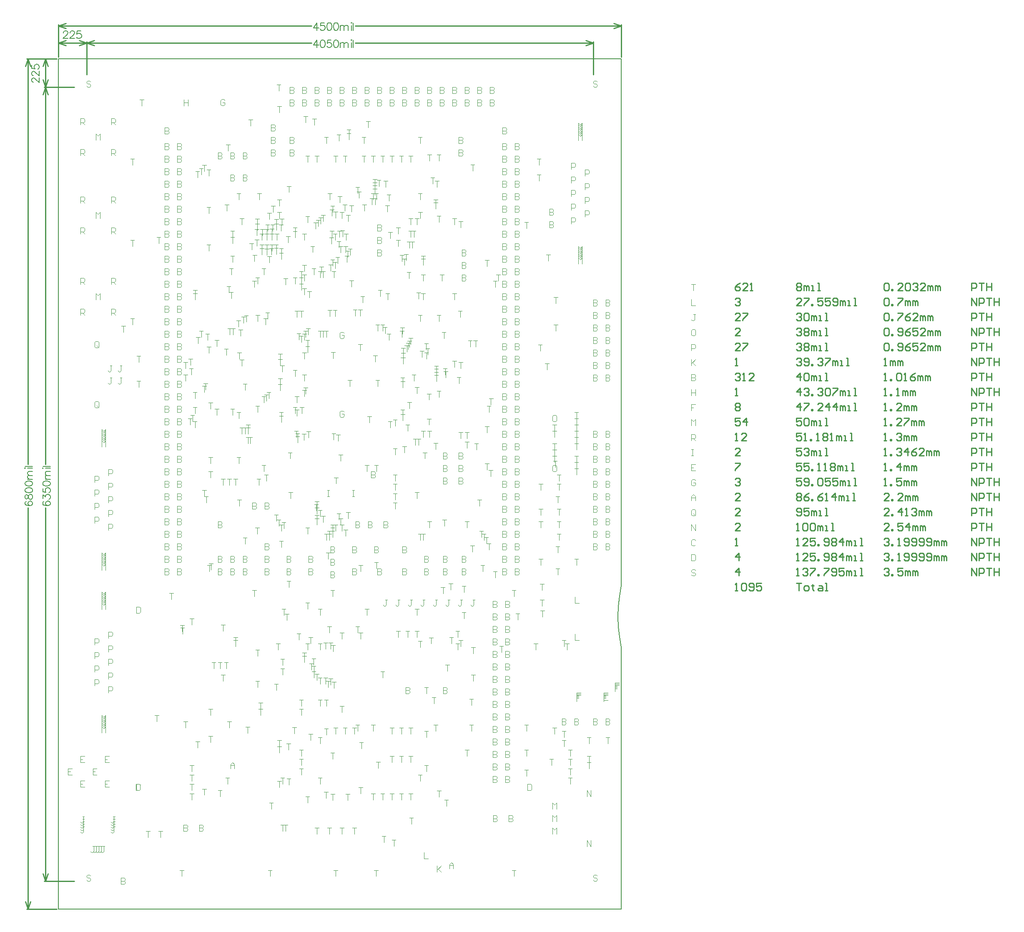
<source format=gbr>
%FSTAX23Y23*%
%MOIN*%
%SFA1B1*%

%IPPOS*%
%ADD11C,0.010000*%
%ADD58C,0.005000*%
%ADD66C,0.006000*%
%ADD97C,0.001000*%
%LNmb672d-1*%
%LPD*%
G54D11*
X-00337Y0D02*
X-00099D01*
X-00337Y0635D02*
X-00099D01*
X-00327Y0D02*
Y02986D01*
Y03332D02*
Y0635D01*
Y0D02*
X-00307Y0006D01*
X-00347D02*
X-00327Y0D01*
X-00347Y0629D02*
X-00327Y0635D01*
X-00307Y0629*
X-00337Y0635D02*
X-00099D01*
X-00337Y06575D02*
X-00237D01*
X-00327Y0635D02*
Y06463D01*
Y06575*
Y0635D02*
X-00307Y0641D01*
X-00347D02*
X-00327Y0635D01*
X-00347Y06515D02*
X-00327Y06575D01*
X-00307Y06515*
X-00479Y-00225D02*
X-00237D01*
X-00479Y06575D02*
X-00237D01*
X-00469Y-00225D02*
Y02986D01*
Y03332D02*
Y06575D01*
Y-00225D02*
X-00449Y-00165D01*
X-00489D02*
X-00469Y-00225D01*
X-00489Y06515D02*
X-00469Y06575D01*
X-00449Y06515*
X-00225Y06678D02*
Y06712D01*
X0Y06449D02*
Y06712D01*
X-00225Y06702D02*
X-00112D01*
X0*
X-00225D02*
X-00165Y06682D01*
X-00225Y06702D02*
X-00165Y06722D01*
X-0006D02*
X0Y06702D01*
X-0006Y06682D02*
X0Y06702D01*
X0405Y06449D02*
Y06712D01*
X0Y06449D02*
Y06712D01*
X02147Y06702D02*
X0405D01*
X0D02*
X01798D01*
X0399Y06722D02*
X0405Y06702D01*
X0399Y06682D02*
X0405Y06702D01*
X0D02*
X0006Y06682D01*
X0Y06702D02*
X0006Y06722D01*
X04275Y06588D02*
Y0685D01*
X-00225Y06588D02*
Y0685D01*
X02147Y0684D02*
X04275D01*
X-00225D02*
X01798D01*
X04215Y0686D02*
X04275Y0684D01*
X04215Y0682D02*
X04275Y0684D01*
X-00225D02*
X-00165Y0682D01*
X-00225Y0684D02*
X-00165Y0686D01*
X05226Y04782D02*
X05206Y04772D01*
X05186Y04752*
Y04732*
X05196Y04722*
X05216*
X05226Y04732*
Y04742*
X05216Y04752*
X05186*
X05286Y04722D02*
X05246D01*
X05286Y04762*
Y04772*
X05276Y04782*
X05256*
X05246Y04772*
X05306Y04722D02*
X05326D01*
X05316*
Y04782*
X05306Y04772*
X05676D02*
X05686Y04782D01*
X05706*
X05716Y04772*
Y04762*
X05706Y04752*
X05716Y04742*
Y04732*
X05706Y04722*
X05686*
X05676Y04732*
Y04742*
X05686Y04752*
X05676Y04762*
Y04772*
X05686Y04752D02*
X05706D01*
X05736Y04722D02*
Y04762D01*
X05746*
X05756Y04752*
Y04722*
Y04752*
X05766Y04762*
X05776Y04752*
Y04722*
X05796D02*
X05816D01*
X05806*
Y04762*
X05796*
X05846Y04722D02*
X05866D01*
X05856*
Y04782*
X05846*
X06376Y04772D02*
X06386Y04782D01*
X06406*
X06416Y04772*
Y04732*
X06406Y04722*
X06386*
X06376Y04732*
Y04772*
X06436Y04722D02*
Y04732D01*
X06446*
Y04722*
X06436*
X06526D02*
X06486D01*
X06526Y04762*
Y04772*
X06516Y04782*
X06496*
X06486Y04772*
X06546D02*
X06556Y04782D01*
X06576*
X06586Y04772*
Y04732*
X06576Y04722*
X06556*
X06546Y04732*
Y04772*
X06606D02*
X06616Y04782D01*
X06636*
X06646Y04772*
Y04762*
X06636Y04752*
X06626*
X06636*
X06646Y04742*
Y04732*
X06636Y04722*
X06616*
X06606Y04732*
X06706Y04722D02*
X06666D01*
X06706Y04762*
Y04772*
X06696Y04782*
X06676*
X06666Y04772*
X06726Y04722D02*
Y04762D01*
X06736*
X06746Y04752*
Y04722*
Y04752*
X06756Y04762*
X06766Y04752*
Y04722*
X06786D02*
Y04762D01*
X06796*
X06806Y04752*
Y04722*
Y04752*
X06816Y04762*
X06826Y04752*
Y04722*
X07076D02*
Y04782D01*
X07106*
X07116Y04772*
Y04752*
X07106Y04742*
X07076*
X07136Y04782D02*
X07176D01*
X07156*
Y04722*
X07196Y04782D02*
Y04722D01*
Y04752*
X07236*
Y04782*
Y04722*
X05186Y04652D02*
X05196Y04662D01*
X05216*
X05226Y04652*
Y04642*
X05216Y04632*
X05206*
X05216*
X05226Y04622*
Y04612*
X05216Y04602*
X05196*
X05186Y04612*
X05716Y04602D02*
X05676D01*
X05716Y04642*
Y04652*
X05706Y04662*
X05686*
X05676Y04652*
X05736Y04662D02*
X05776D01*
Y04652*
X05736Y04612*
Y04602*
X05796D02*
Y04612D01*
X05806*
Y04602*
X05796*
X05886Y04662D02*
X05846D01*
Y04632*
X05866Y04642*
X05876*
X05886Y04632*
Y04612*
X05876Y04602*
X05856*
X05846Y04612*
X05946Y04662D02*
X05906D01*
Y04632*
X05926Y04642*
X05936*
X05946Y04632*
Y04612*
X05936Y04602*
X05916*
X05906Y04612*
X05966D02*
X05976Y04602D01*
X05996*
X06006Y04612*
Y04652*
X05996Y04662*
X05976*
X05966Y04652*
Y04642*
X05976Y04632*
X06006*
X06026Y04602D02*
Y04642D01*
X06036*
X06046Y04632*
Y04602*
Y04632*
X06056Y04642*
X06066Y04632*
Y04602*
X06086D02*
X06106D01*
X06096*
Y04642*
X06086*
X06136Y04602D02*
X06156D01*
X06146*
Y04662*
X06136*
X06376Y04652D02*
X06386Y04662D01*
X06406*
X06416Y04652*
Y04612*
X06406Y04602*
X06386*
X06376Y04612*
Y04652*
X06436Y04602D02*
Y04612D01*
X06446*
Y04602*
X06436*
X06486Y04662D02*
X06526D01*
Y04652*
X06486Y04612*
Y04602*
X06546D02*
Y04642D01*
X06556*
X06566Y04632*
Y04602*
Y04632*
X06576Y04642*
X06586Y04632*
Y04602*
X06606D02*
Y04642D01*
X06616*
X06626Y04632*
Y04602*
Y04632*
X06636Y04642*
X06646Y04632*
Y04602*
X07076D02*
Y04662D01*
X07116Y04602*
Y04662*
X07136Y04602D02*
Y04662D01*
X07166*
X07176Y04652*
Y04632*
X07166Y04622*
X07136*
X07196Y04662D02*
X07236D01*
X07216*
Y04602*
X07256Y04662D02*
Y04602D01*
Y04632*
X07296*
Y04662*
Y04602*
X05226Y04482D02*
X05186D01*
X05226Y04522*
Y04532*
X05216Y04542*
X05196*
X05186Y04532*
X05246Y04542D02*
X05286D01*
Y04532*
X05246Y04492*
Y04482*
X05676Y04532D02*
X05686Y04542D01*
X05706*
X05716Y04532*
Y04522*
X05706Y04512*
X05696*
X05706*
X05716Y04502*
Y04492*
X05706Y04482*
X05686*
X05676Y04492*
X05736Y04532D02*
X05746Y04542D01*
X05766*
X05776Y04532*
Y04492*
X05766Y04482*
X05746*
X05736Y04492*
Y04532*
X05796Y04482D02*
Y04522D01*
X05806*
X05816Y04512*
Y04482*
Y04512*
X05826Y04522*
X05836Y04512*
Y04482*
X05856D02*
X05876D01*
X05866*
Y04522*
X05856*
X05906Y04482D02*
X05926D01*
X05916*
Y04542*
X05906*
X06376Y04532D02*
X06386Y04542D01*
X06406*
X06416Y04532*
Y04492*
X06406Y04482*
X06386*
X06376Y04492*
Y04532*
X06436Y04482D02*
Y04492D01*
X06446*
Y04482*
X06436*
X06486Y04542D02*
X06526D01*
Y04532*
X06486Y04492*
Y04482*
X06586Y04542D02*
X06566Y04532D01*
X06546Y04512*
Y04492*
X06556Y04482*
X06576*
X06586Y04492*
Y04502*
X06576Y04512*
X06546*
X06646Y04482D02*
X06606D01*
X06646Y04522*
Y04532*
X06636Y04542*
X06616*
X06606Y04532*
X06666Y04482D02*
Y04522D01*
X06676*
X06686Y04512*
Y04482*
Y04512*
X06696Y04522*
X06706Y04512*
Y04482*
X06726D02*
Y04522D01*
X06736*
X06746Y04512*
Y04482*
Y04512*
X06756Y04522*
X06766Y04512*
Y04482*
X07076D02*
Y04542D01*
X07106*
X07116Y04532*
Y04512*
X07106Y04502*
X07076*
X07136Y04542D02*
X07176D01*
X07156*
Y04482*
X07196Y04542D02*
Y04482D01*
Y04512*
X07236*
Y04542*
Y04482*
X05226Y04362D02*
X05186D01*
X05226Y04402*
Y04412*
X05216Y04422*
X05196*
X05186Y04412*
X05676D02*
X05686Y04422D01*
X05706*
X05716Y04412*
Y04402*
X05706Y04392*
X05696*
X05706*
X05716Y04382*
Y04372*
X05706Y04362*
X05686*
X05676Y04372*
X05736Y04412D02*
X05746Y04422D01*
X05766*
X05776Y04412*
Y04402*
X05766Y04392*
X05776Y04382*
Y04372*
X05766Y04362*
X05746*
X05736Y04372*
Y04382*
X05746Y04392*
X05736Y04402*
Y04412*
X05746Y04392D02*
X05766D01*
X05796Y04362D02*
Y04402D01*
X05806*
X05816Y04392*
Y04362*
Y04392*
X05826Y04402*
X05836Y04392*
Y04362*
X05856D02*
X05876D01*
X05866*
Y04402*
X05856*
X05906Y04362D02*
X05926D01*
X05916*
Y04422*
X05906*
X06376Y04412D02*
X06386Y04422D01*
X06406*
X06416Y04412*
Y04372*
X06406Y04362*
X06386*
X06376Y04372*
Y04412*
X06436Y04362D02*
Y04372D01*
X06446*
Y04362*
X06436*
X06486Y04372D02*
X06496Y04362D01*
X06516*
X06526Y04372*
Y04412*
X06516Y04422*
X06496*
X06486Y04412*
Y04402*
X06496Y04392*
X06526*
X06586Y04422D02*
X06566Y04412D01*
X06546Y04392*
Y04372*
X06556Y04362*
X06576*
X06586Y04372*
Y04382*
X06576Y04392*
X06546*
X06646Y04422D02*
X06606D01*
Y04392*
X06626Y04402*
X06636*
X06646Y04392*
Y04372*
X06636Y04362*
X06616*
X06606Y04372*
X06706Y04362D02*
X06666D01*
X06706Y04402*
Y04412*
X06696Y04422*
X06676*
X06666Y04412*
X06726Y04362D02*
Y04402D01*
X06736*
X06746Y04392*
Y04362*
Y04392*
X06756Y04402*
X06766Y04392*
Y04362*
X06786D02*
Y04402D01*
X06796*
X06806Y04392*
Y04362*
Y04392*
X06816Y04402*
X06826Y04392*
Y04362*
X07076D02*
Y04422D01*
X07116Y04362*
Y04422*
X07136Y04362D02*
Y04422D01*
X07166*
X07176Y04412*
Y04392*
X07166Y04382*
X07136*
X07196Y04422D02*
X07236D01*
X07216*
Y04362*
X07256Y04422D02*
Y04362D01*
Y04392*
X07296*
Y04422*
Y04362*
X05226Y04242D02*
X05186D01*
X05226Y04282*
Y04292*
X05216Y04302*
X05196*
X05186Y04292*
X05246Y04302D02*
X05286D01*
Y04292*
X05246Y04252*
Y04242*
X05676Y04292D02*
X05686Y04302D01*
X05706*
X05716Y04292*
Y04282*
X05706Y04272*
X05696*
X05706*
X05716Y04262*
Y04252*
X05706Y04242*
X05686*
X05676Y04252*
X05736Y04292D02*
X05746Y04302D01*
X05766*
X05776Y04292*
Y04282*
X05766Y04272*
X05776Y04262*
Y04252*
X05766Y04242*
X05746*
X05736Y04252*
Y04262*
X05746Y04272*
X05736Y04282*
Y04292*
X05746Y04272D02*
X05766D01*
X05796Y04242D02*
Y04282D01*
X05806*
X05816Y04272*
Y04242*
Y04272*
X05826Y04282*
X05836Y04272*
Y04242*
X05856D02*
X05876D01*
X05866*
Y04282*
X05856*
X05906Y04242D02*
X05926D01*
X05916*
Y04302*
X05906*
X06376Y04292D02*
X06386Y04302D01*
X06406*
X06416Y04292*
Y04252*
X06406Y04242*
X06386*
X06376Y04252*
Y04292*
X06436Y04242D02*
Y04252D01*
X06446*
Y04242*
X06436*
X06486Y04252D02*
X06496Y04242D01*
X06516*
X06526Y04252*
Y04292*
X06516Y04302*
X06496*
X06486Y04292*
Y04282*
X06496Y04272*
X06526*
X06586Y04302D02*
X06566Y04292D01*
X06546Y04272*
Y04252*
X06556Y04242*
X06576*
X06586Y04252*
Y04262*
X06576Y04272*
X06546*
X06646Y04302D02*
X06606D01*
Y04272*
X06626Y04282*
X06636*
X06646Y04272*
Y04252*
X06636Y04242*
X06616*
X06606Y04252*
X06706Y04242D02*
X06666D01*
X06706Y04282*
Y04292*
X06696Y04302*
X06676*
X06666Y04292*
X06726Y04242D02*
Y04282D01*
X06736*
X06746Y04272*
Y04242*
Y04272*
X06756Y04282*
X06766Y04272*
Y04242*
X06786D02*
Y04282D01*
X06796*
X06806Y04272*
Y04242*
Y04272*
X06816Y04282*
X06826Y04272*
Y04242*
X07076D02*
Y04302D01*
X07106*
X07116Y04292*
Y04272*
X07106Y04262*
X07076*
X07136Y04302D02*
X07176D01*
X07156*
Y04242*
X07196Y04302D02*
Y04242D01*
Y04272*
X07236*
Y04302*
Y04242*
X05186Y04122D02*
X05206D01*
X05196*
Y04182*
X05186Y04172*
X05676D02*
X05686Y04182D01*
X05706*
X05716Y04172*
Y04162*
X05706Y04152*
X05696*
X05706*
X05716Y04142*
Y04132*
X05706Y04122*
X05686*
X05676Y04132*
X05736D02*
X05746Y04122D01*
X05766*
X05776Y04132*
Y04172*
X05766Y04182*
X05746*
X05736Y04172*
Y04162*
X05746Y04152*
X05776*
X05796Y04122D02*
Y04132D01*
X05806*
Y04122*
X05796*
X05846Y04172D02*
X05856Y04182D01*
X05876*
X05886Y04172*
Y04162*
X05876Y04152*
X05866*
X05876*
X05886Y04142*
Y04132*
X05876Y04122*
X05856*
X05846Y04132*
X05906Y04182D02*
X05946D01*
Y04172*
X05906Y04132*
Y04122*
X05966D02*
Y04162D01*
X05976*
X05986Y04152*
Y04122*
Y04152*
X05996Y04162*
X06006Y04152*
Y04122*
X06026D02*
X06046D01*
X06036*
Y04162*
X06026*
X06076Y04122D02*
X06096D01*
X06086*
Y04182*
X06076*
X06376Y04122D02*
X06396D01*
X06386*
Y04182*
X06376Y04172*
X06426Y04122D02*
Y04162D01*
X06436*
X06446Y04152*
Y04122*
Y04152*
X06456Y04162*
X06466Y04152*
Y04122*
X06486D02*
Y04162D01*
X06496*
X06506Y04152*
Y04122*
Y04152*
X06516Y04162*
X06526Y04152*
Y04122*
X07076D02*
Y04182D01*
X07116Y04122*
Y04182*
X07136Y04122D02*
Y04182D01*
X07166*
X07176Y04172*
Y04152*
X07166Y04142*
X07136*
X07196Y04182D02*
X07236D01*
X07216*
Y04122*
X07256Y04182D02*
Y04122D01*
Y04152*
X07296*
Y04182*
Y04122*
X05186Y04052D02*
X05196Y04062D01*
X05216*
X05226Y04052*
Y04042*
X05216Y04032*
X05206*
X05216*
X05226Y04022*
Y04012*
X05216Y04002*
X05196*
X05186Y04012*
X05246Y04002D02*
X05266D01*
X05256*
Y04062*
X05246Y04052*
X05336Y04002D02*
X05296D01*
X05336Y04042*
Y04052*
X05326Y04062*
X05306*
X05296Y04052*
X05706Y04002D02*
Y04062D01*
X05676Y04032*
X05716*
X05736Y04052D02*
X05746Y04062D01*
X05766*
X05776Y04052*
Y04012*
X05766Y04002*
X05746*
X05736Y04012*
Y04052*
X05796Y04002D02*
Y04042D01*
X05806*
X05816Y04032*
Y04002*
Y04032*
X05826Y04042*
X05836Y04032*
Y04002*
X05856D02*
X05876D01*
X05866*
Y04042*
X05856*
X05906Y04002D02*
X05926D01*
X05916*
Y04062*
X05906*
X06376Y04002D02*
X06396D01*
X06386*
Y04062*
X06376Y04052*
X06426Y04002D02*
Y04012D01*
X06436*
Y04002*
X06426*
X06476Y04052D02*
X06486Y04062D01*
X06506*
X06516Y04052*
Y04012*
X06506Y04002*
X06486*
X06476Y04012*
Y04052*
X06536Y04002D02*
X06556D01*
X06546*
Y04062*
X06536Y04052*
X06626Y04062D02*
X06606Y04052D01*
X06586Y04032*
Y04012*
X06596Y04002*
X06616*
X06626Y04012*
Y04022*
X06616Y04032*
X06586*
X06646Y04002D02*
Y04042D01*
X06656*
X06666Y04032*
Y04002*
Y04032*
X06676Y04042*
X06686Y04032*
Y04002*
X06706D02*
Y04042D01*
X06716*
X06726Y04032*
Y04002*
Y04032*
X06736Y04042*
X06746Y04032*
Y04002*
X07076D02*
Y04062D01*
X07106*
X07116Y04052*
Y04032*
X07106Y04022*
X07076*
X07136Y04062D02*
X07176D01*
X07156*
Y04002*
X07196Y04062D02*
Y04002D01*
Y04032*
X07236*
Y04062*
Y04002*
X05186Y03882D02*
X05206D01*
X05196*
Y03942*
X05186Y03932*
X05706Y03882D02*
Y03942D01*
X05676Y03912*
X05716*
X05736Y03932D02*
X05746Y03942D01*
X05766*
X05776Y03932*
Y03922*
X05766Y03912*
X05756*
X05766*
X05776Y03902*
Y03892*
X05766Y03882*
X05746*
X05736Y03892*
X05796Y03882D02*
Y03892D01*
X05806*
Y03882*
X05796*
X05846Y03932D02*
X05856Y03942D01*
X05876*
X05886Y03932*
Y03922*
X05876Y03912*
X05866*
X05876*
X05886Y03902*
Y03892*
X05876Y03882*
X05856*
X05846Y03892*
X05906Y03932D02*
X05916Y03942D01*
X05936*
X05946Y03932*
Y03892*
X05936Y03882*
X05916*
X05906Y03892*
Y03932*
X05966Y03942D02*
X06006D01*
Y03932*
X05966Y03892*
Y03882*
X06026D02*
Y03922D01*
X06036*
X06046Y03912*
Y03882*
Y03912*
X06056Y03922*
X06066Y03912*
Y03882*
X06086D02*
X06106D01*
X06096*
Y03922*
X06086*
X06136Y03882D02*
X06156D01*
X06146*
Y03942*
X06136*
X06376Y03882D02*
X06396D01*
X06386*
Y03942*
X06376Y03932*
X06426Y03882D02*
Y03892D01*
X06436*
Y03882*
X06426*
X06476D02*
X06496D01*
X06486*
Y03942*
X06476Y03932*
X06526Y03882D02*
Y03922D01*
X06536*
X06546Y03912*
Y03882*
Y03912*
X06556Y03922*
X06566Y03912*
Y03882*
X06586D02*
Y03922D01*
X06596*
X06606Y03912*
Y03882*
Y03912*
X06616Y03922*
X06626Y03912*
Y03882*
X07076D02*
Y03942D01*
X07116Y03882*
Y03942*
X07136Y03882D02*
Y03942D01*
X07166*
X07176Y03932*
Y03912*
X07166Y03902*
X07136*
X07196Y03942D02*
X07236D01*
X07216*
Y03882*
X07256Y03942D02*
Y03882D01*
Y03912*
X07296*
Y03942*
Y03882*
X05186Y03812D02*
X05196Y03822D01*
X05216*
X05226Y03812*
Y03802*
X05216Y03792*
X05226Y03782*
Y03772*
X05216Y03762*
X05196*
X05186Y03772*
Y03782*
X05196Y03792*
X05186Y03802*
Y03812*
X05196Y03792D02*
X05216D01*
X05706Y03762D02*
Y03822D01*
X05676Y03792*
X05716*
X05736Y03822D02*
X05776D01*
Y03812*
X05736Y03772*
Y03762*
X05796D02*
Y03772D01*
X05806*
Y03762*
X05796*
X05886D02*
X05846D01*
X05886Y03802*
Y03812*
X05876Y03822*
X05856*
X05846Y03812*
X05936Y03762D02*
Y03822D01*
X05906Y03792*
X05946*
X05996Y03762D02*
Y03822D01*
X05966Y03792*
X06006*
X06026Y03762D02*
Y03802D01*
X06036*
X06046Y03792*
Y03762*
Y03792*
X06056Y03802*
X06066Y03792*
Y03762*
X06086D02*
X06106D01*
X06096*
Y03802*
X06086*
X06136Y03762D02*
X06156D01*
X06146*
Y03822*
X06136*
X06376Y03762D02*
X06396D01*
X06386*
Y03822*
X06376Y03812*
X06426Y03762D02*
Y03772D01*
X06436*
Y03762*
X06426*
X06516D02*
X06476D01*
X06516Y03802*
Y03812*
X06506Y03822*
X06486*
X06476Y03812*
X06536Y03762D02*
Y03802D01*
X06546*
X06556Y03792*
Y03762*
Y03792*
X06566Y03802*
X06576Y03792*
Y03762*
X06596D02*
Y03802D01*
X06606*
X06616Y03792*
Y03762*
Y03792*
X06626Y03802*
X06636Y03792*
Y03762*
X07076D02*
Y03822D01*
X07106*
X07116Y03812*
Y03792*
X07106Y03782*
X07076*
X07136Y03822D02*
X07176D01*
X07156*
Y03762*
X07196Y03822D02*
Y03762D01*
Y03792*
X07236*
Y03822*
Y03762*
X05226Y03702D02*
X05186D01*
Y03672*
X05206Y03682*
X05216*
X05226Y03672*
Y03652*
X05216Y03642*
X05196*
X05186Y03652*
X05276Y03642D02*
Y03702D01*
X05246Y03672*
X05286*
X05716Y03702D02*
X05676D01*
Y03672*
X05696Y03682*
X05706*
X05716Y03672*
Y03652*
X05706Y03642*
X05686*
X05676Y03652*
X05736Y03692D02*
X05746Y03702D01*
X05766*
X05776Y03692*
Y03652*
X05766Y03642*
X05746*
X05736Y03652*
Y03692*
X05796Y03642D02*
Y03682D01*
X05806*
X05816Y03672*
Y03642*
Y03672*
X05826Y03682*
X05836Y03672*
Y03642*
X05856D02*
X05876D01*
X05866*
Y03682*
X05856*
X05906Y03642D02*
X05926D01*
X05916*
Y03702*
X05906*
X06376Y03642D02*
X06396D01*
X06386*
Y03702*
X06376Y03692*
X06426Y03642D02*
Y03652D01*
X06436*
Y03642*
X06426*
X06516D02*
X06476D01*
X06516Y03682*
Y03692*
X06506Y03702*
X06486*
X06476Y03692*
X06536Y03702D02*
X06576D01*
Y03692*
X06536Y03652*
Y03642*
X06596D02*
Y03682D01*
X06606*
X06616Y03672*
Y03642*
Y03672*
X06626Y03682*
X06636Y03672*
Y03642*
X06656D02*
Y03682D01*
X06666*
X06676Y03672*
Y03642*
Y03672*
X06686Y03682*
X06696Y03672*
Y03642*
X07076D02*
Y03702D01*
X07106*
X07116Y03692*
Y03672*
X07106Y03662*
X07076*
X07136Y03702D02*
X07176D01*
X07156*
Y03642*
X07196Y03702D02*
Y03642D01*
Y03672*
X07236*
Y03702*
Y03642*
X05186Y03522D02*
X05206D01*
X05196*
Y03582*
X05186Y03572*
X05276Y03522D02*
X05236D01*
X05276Y03562*
Y03572*
X05266Y03582*
X05246*
X05236Y03572*
X05716Y03582D02*
X05676D01*
Y03552*
X05696Y03562*
X05706*
X05716Y03552*
Y03532*
X05706Y03522*
X05686*
X05676Y03532*
X05736Y03522D02*
X05756D01*
X05746*
Y03582*
X05736Y03572*
X05786Y03522D02*
Y03532D01*
X05796*
Y03522*
X05786*
X05836D02*
X05856D01*
X05846*
Y03582*
X05836Y03572*
X05886D02*
X05896Y03582D01*
X05916*
X05926Y03572*
Y03562*
X05916Y03552*
X05926Y03542*
Y03532*
X05916Y03522*
X05896*
X05886Y03532*
Y03542*
X05896Y03552*
X05886Y03562*
Y03572*
X05896Y03552D02*
X05916D01*
X05946Y03522D02*
X05966D01*
X05956*
Y03582*
X05946Y03572*
X05996Y03522D02*
Y03562D01*
X06006*
X06016Y03552*
Y03522*
Y03552*
X06026Y03562*
X06036Y03552*
Y03522*
X06056D02*
X06076D01*
X06066*
Y03562*
X06056*
X06106Y03522D02*
X06126D01*
X06116*
Y03582*
X06106*
X06376Y03522D02*
X06396D01*
X06386*
Y03582*
X06376Y03572*
X06426Y03522D02*
Y03532D01*
X06436*
Y03522*
X06426*
X06476Y03572D02*
X06486Y03582D01*
X06506*
X06516Y03572*
Y03562*
X06506Y03552*
X06496*
X06506*
X06516Y03542*
Y03532*
X06506Y03522*
X06486*
X06476Y03532*
X06536Y03522D02*
Y03562D01*
X06546*
X06556Y03552*
Y03522*
Y03552*
X06566Y03562*
X06576Y03552*
Y03522*
X06596D02*
Y03562D01*
X06606*
X06616Y03552*
Y03522*
Y03552*
X06626Y03562*
X06636Y03552*
Y03522*
X07076D02*
Y03582D01*
X07106*
X07116Y03572*
Y03552*
X07106Y03542*
X07076*
X07136Y03582D02*
X07176D01*
X07156*
Y03522*
X07196Y03582D02*
Y03522D01*
Y03552*
X07236*
Y03582*
Y03522*
X05226Y03402D02*
X05186D01*
X05226Y03442*
Y03452*
X05216Y03462*
X05196*
X05186Y03452*
X05716Y03462D02*
X05676D01*
Y03432*
X05696Y03442*
X05706*
X05716Y03432*
Y03412*
X05706Y03402*
X05686*
X05676Y03412*
X05736Y03452D02*
X05746Y03462D01*
X05766*
X05776Y03452*
Y03442*
X05766Y03432*
X05756*
X05766*
X05776Y03422*
Y03412*
X05766Y03402*
X05746*
X05736Y03412*
X05796Y03402D02*
Y03442D01*
X05806*
X05816Y03432*
Y03402*
Y03432*
X05826Y03442*
X05836Y03432*
Y03402*
X05856D02*
X05876D01*
X05866*
Y03442*
X05856*
X05906Y03402D02*
X05926D01*
X05916*
Y03462*
X05906*
X06376Y03402D02*
X06396D01*
X06386*
Y03462*
X06376Y03452*
X06426Y03402D02*
Y03412D01*
X06436*
Y03402*
X06426*
X06476Y03452D02*
X06486Y03462D01*
X06506*
X06516Y03452*
Y03442*
X06506Y03432*
X06496*
X06506*
X06516Y03422*
Y03412*
X06506Y03402*
X06486*
X06476Y03412*
X06566Y03402D02*
Y03462D01*
X06536Y03432*
X06576*
X06636Y03462D02*
X06616Y03452D01*
X06596Y03432*
Y03412*
X06606Y03402*
X06626*
X06636Y03412*
Y03422*
X06626Y03432*
X06596*
X06696Y03402D02*
X06656D01*
X06696Y03442*
Y03452*
X06686Y03462*
X06666*
X06656Y03452*
X06716Y03402D02*
Y03442D01*
X06726*
X06736Y03432*
Y03402*
Y03432*
X06746Y03442*
X06756Y03432*
Y03402*
X06776D02*
Y03442D01*
X06786*
X06796Y03432*
Y03402*
Y03432*
X06806Y03442*
X06816Y03432*
Y03402*
X07076D02*
Y03462D01*
X07106*
X07116Y03452*
Y03432*
X07106Y03422*
X07076*
X07136Y03462D02*
X07176D01*
X07156*
Y03402*
X07196Y03462D02*
Y03402D01*
Y03432*
X07236*
Y03462*
Y03402*
X05186Y03342D02*
X05226D01*
Y03332*
X05186Y03292*
Y03282*
X05716Y03342D02*
X05676D01*
Y03312*
X05696Y03322*
X05706*
X05716Y03312*
Y03292*
X05706Y03282*
X05686*
X05676Y03292*
X05776Y03342D02*
X05736D01*
Y03312*
X05756Y03322*
X05766*
X05776Y03312*
Y03292*
X05766Y03282*
X05746*
X05736Y03292*
X05796Y03282D02*
Y03292D01*
X05806*
Y03282*
X05796*
X05846D02*
X05866D01*
X05856*
Y03342*
X05846Y03332*
X05896Y03282D02*
X05916D01*
X05906*
Y03342*
X05896Y03332*
X05946D02*
X05956Y03342D01*
X05976*
X05986Y03332*
Y03322*
X05976Y03312*
X05986Y03302*
Y03292*
X05976Y03282*
X05956*
X05946Y03292*
Y03302*
X05956Y03312*
X05946Y03322*
Y03332*
X05956Y03312D02*
X05976D01*
X06006Y03282D02*
Y03322D01*
X06016*
X06026Y03312*
Y03282*
Y03312*
X06036Y03322*
X06046Y03312*
Y03282*
X06066D02*
X06086D01*
X06076*
Y03322*
X06066*
X06116Y03282D02*
X06136D01*
X06126*
Y03342*
X06116*
X06376Y03282D02*
X06396D01*
X06386*
Y03342*
X06376Y03332*
X06426Y03282D02*
Y03292D01*
X06436*
Y03282*
X06426*
X06506D02*
Y03342D01*
X06476Y03312*
X06516*
X06536Y03282D02*
Y03322D01*
X06546*
X06556Y03312*
Y03282*
Y03312*
X06566Y03322*
X06576Y03312*
Y03282*
X06596D02*
Y03322D01*
X06606*
X06616Y03312*
Y03282*
Y03312*
X06626Y03322*
X06636Y03312*
Y03282*
X07076D02*
Y03342D01*
X07106*
X07116Y03332*
Y03312*
X07106Y03302*
X07076*
X07136Y03342D02*
X07176D01*
X07156*
Y03282*
X07196Y03342D02*
Y03282D01*
Y03312*
X07236*
Y03342*
Y03282*
X05186Y03212D02*
X05196Y03222D01*
X05216*
X05226Y03212*
Y03202*
X05216Y03192*
X05206*
X05216*
X05226Y03182*
Y03172*
X05216Y03162*
X05196*
X05186Y03172*
X05716Y03222D02*
X05676D01*
Y03192*
X05696Y03202*
X05706*
X05716Y03192*
Y03172*
X05706Y03162*
X05686*
X05676Y03172*
X05736D02*
X05746Y03162D01*
X05766*
X05776Y03172*
Y03212*
X05766Y03222*
X05746*
X05736Y03212*
Y03202*
X05746Y03192*
X05776*
X05796Y03162D02*
Y03172D01*
X05806*
Y03162*
X05796*
X05846Y03212D02*
X05856Y03222D01*
X05876*
X05886Y03212*
Y03172*
X05876Y03162*
X05856*
X05846Y03172*
Y03212*
X05946Y03222D02*
X05906D01*
Y03192*
X05926Y03202*
X05936*
X05946Y03192*
Y03172*
X05936Y03162*
X05916*
X05906Y03172*
X06006Y03222D02*
X05966D01*
Y03192*
X05986Y03202*
X05996*
X06006Y03192*
Y03172*
X05996Y03162*
X05976*
X05966Y03172*
X06026Y03162D02*
Y03202D01*
X06036*
X06046Y03192*
Y03162*
Y03192*
X06056Y03202*
X06066Y03192*
Y03162*
X06086D02*
X06106D01*
X06096*
Y03202*
X06086*
X06136Y03162D02*
X06156D01*
X06146*
Y03222*
X06136*
X06376Y03162D02*
X06396D01*
X06386*
Y03222*
X06376Y03212*
X06426Y03162D02*
Y03172D01*
X06436*
Y03162*
X06426*
X06516Y03222D02*
X06476D01*
Y03192*
X06496Y03202*
X06506*
X06516Y03192*
Y03172*
X06506Y03162*
X06486*
X06476Y03172*
X06536Y03162D02*
Y03202D01*
X06546*
X06556Y03192*
Y03162*
Y03192*
X06566Y03202*
X06576Y03192*
Y03162*
X06596D02*
Y03202D01*
X06606*
X06616Y03192*
Y03162*
Y03192*
X06626Y03202*
X06636Y03192*
Y03162*
X07076D02*
Y03222D01*
X07116Y03162*
Y03222*
X07136Y03162D02*
Y03222D01*
X07166*
X07176Y03212*
Y03192*
X07166Y03182*
X07136*
X07196Y03222D02*
X07236D01*
X07216*
Y03162*
X07256Y03222D02*
Y03162D01*
Y03192*
X07296*
Y03222*
Y03162*
X05226Y03042D02*
X05186D01*
X05226Y03082*
Y03092*
X05216Y03102*
X05196*
X05186Y03092*
X05676D02*
X05686Y03102D01*
X05706*
X05716Y03092*
Y03082*
X05706Y03072*
X05716Y03062*
Y03052*
X05706Y03042*
X05686*
X05676Y03052*
Y03062*
X05686Y03072*
X05676Y03082*
Y03092*
X05686Y03072D02*
X05706D01*
X05776Y03102D02*
X05756Y03092D01*
X05736Y03072*
Y03052*
X05746Y03042*
X05766*
X05776Y03052*
Y03062*
X05766Y03072*
X05736*
X05796Y03042D02*
Y03052D01*
X05806*
Y03042*
X05796*
X05886Y03102D02*
X05866Y03092D01*
X05846Y03072*
Y03052*
X05856Y03042*
X05876*
X05886Y03052*
Y03062*
X05876Y03072*
X05846*
X05906Y03042D02*
X05926D01*
X05916*
Y03102*
X05906Y03092*
X05986Y03042D02*
Y03102D01*
X05956Y03072*
X05996*
X06016Y03042D02*
Y03082D01*
X06026*
X06036Y03072*
Y03042*
Y03072*
X06046Y03082*
X06056Y03072*
Y03042*
X06076D02*
X06096D01*
X06086*
Y03082*
X06076*
X06126Y03042D02*
X06146D01*
X06136*
Y03102*
X06126*
X06416Y03042D02*
X06376D01*
X06416Y03082*
Y03092*
X06406Y03102*
X06386*
X06376Y03092*
X06436Y03042D02*
Y03052D01*
X06446*
Y03042*
X06436*
X06526D02*
X06486D01*
X06526Y03082*
Y03092*
X06516Y03102*
X06496*
X06486Y03092*
X06546Y03042D02*
Y03082D01*
X06556*
X06566Y03072*
Y03042*
Y03072*
X06576Y03082*
X06586Y03072*
Y03042*
X06606D02*
Y03082D01*
X06616*
X06626Y03072*
Y03042*
Y03072*
X06636Y03082*
X06646Y03072*
Y03042*
X07076D02*
Y03102D01*
X07116Y03042*
Y03102*
X07136Y03042D02*
Y03102D01*
X07166*
X07176Y03092*
Y03072*
X07166Y03062*
X07136*
X07196Y03102D02*
X07236D01*
X07216*
Y03042*
X07256Y03102D02*
Y03042D01*
Y03072*
X07296*
Y03102*
Y03042*
X05226Y02922D02*
X05186D01*
X05226Y02962*
Y02972*
X05216Y02982*
X05196*
X05186Y02972*
X05676Y02932D02*
X05686Y02922D01*
X05706*
X05716Y02932*
Y02972*
X05706Y02982*
X05686*
X05676Y02972*
Y02962*
X05686Y02952*
X05716*
X05776Y02982D02*
X05736D01*
Y02952*
X05756Y02962*
X05766*
X05776Y02952*
Y02932*
X05766Y02922*
X05746*
X05736Y02932*
X05796Y02922D02*
Y02962D01*
X05806*
X05816Y02952*
Y02922*
Y02952*
X05826Y02962*
X05836Y02952*
Y02922*
X05856D02*
X05876D01*
X05866*
Y02962*
X05856*
X05906Y02922D02*
X05926D01*
X05916*
Y02982*
X05906*
X06416Y02922D02*
X06376D01*
X06416Y02962*
Y02972*
X06406Y02982*
X06386*
X06376Y02972*
X06436Y02922D02*
Y02932D01*
X06446*
Y02922*
X06436*
X06516D02*
Y02982D01*
X06486Y02952*
X06526*
X06546Y02922D02*
X06566D01*
X06556*
Y02982*
X06546Y02972*
X06596D02*
X06606Y02982D01*
X06626*
X06636Y02972*
Y02962*
X06626Y02952*
X06616*
X06626*
X06636Y02942*
Y02932*
X06626Y02922*
X06606*
X06596Y02932*
X06656Y02922D02*
Y02962D01*
X06666*
X06676Y02952*
Y02922*
Y02952*
X06686Y02962*
X06696Y02952*
Y02922*
X06716D02*
Y02962D01*
X06726*
X06736Y02952*
Y02922*
Y02952*
X06746Y02962*
X06756Y02952*
Y02922*
X07076D02*
Y02982D01*
X07106*
X07116Y02972*
Y02952*
X07106Y02942*
X07076*
X07136Y02982D02*
X07176D01*
X07156*
Y02922*
X07196Y02982D02*
Y02922D01*
Y02952*
X07236*
Y02982*
Y02922*
X05226Y02802D02*
X05186D01*
X05226Y02842*
Y02852*
X05216Y02862*
X05196*
X05186Y02852*
X05676Y02802D02*
X05696D01*
X05686*
Y02862*
X05676Y02852*
X05726D02*
X05736Y02862D01*
X05756*
X05766Y02852*
Y02812*
X05756Y02802*
X05736*
X05726Y02812*
Y02852*
X05786D02*
X05796Y02862D01*
X05816*
X05826Y02852*
Y02812*
X05816Y02802*
X05796*
X05786Y02812*
Y02852*
X05846Y02802D02*
Y02842D01*
X05856*
X05866Y02832*
Y02802*
Y02832*
X05876Y02842*
X05886Y02832*
Y02802*
X05906D02*
X05926D01*
X05916*
Y02842*
X05906*
X05956Y02802D02*
X05976D01*
X05966*
Y02862*
X05956*
X06416Y02802D02*
X06376D01*
X06416Y02842*
Y02852*
X06406Y02862*
X06386*
X06376Y02852*
X06436Y02802D02*
Y02812D01*
X06446*
Y02802*
X06436*
X06526Y02862D02*
X06486D01*
Y02832*
X06506Y02842*
X06516*
X06526Y02832*
Y02812*
X06516Y02802*
X06496*
X06486Y02812*
X06576Y02802D02*
Y02862D01*
X06546Y02832*
X06586*
X06606Y02802D02*
Y02842D01*
X06616*
X06626Y02832*
Y02802*
Y02832*
X06636Y02842*
X06646Y02832*
Y02802*
X06666D02*
Y02842D01*
X06676*
X06686Y02832*
Y02802*
Y02832*
X06696Y02842*
X06706Y02832*
Y02802*
X07076D02*
Y02862D01*
X07106*
X07116Y02852*
Y02832*
X07106Y02822*
X07076*
X07136Y02862D02*
X07176D01*
X07156*
Y02802*
X07196Y02862D02*
Y02802D01*
Y02832*
X07236*
Y02862*
Y02802*
X05186Y02682D02*
X05206D01*
X05196*
Y02742*
X05186Y02732*
X05676Y02682D02*
X05696D01*
X05686*
Y02742*
X05676Y02732*
X05766Y02682D02*
X05726D01*
X05766Y02722*
Y02732*
X05756Y02742*
X05736*
X05726Y02732*
X05826Y02742D02*
X05786D01*
Y02712*
X05806Y02722*
X05816*
X05826Y02712*
Y02692*
X05816Y02682*
X05796*
X05786Y02692*
X05846Y02682D02*
Y02692D01*
X05856*
Y02682*
X05846*
X05896Y02692D02*
X05906Y02682D01*
X05926*
X05936Y02692*
Y02732*
X05926Y02742*
X05906*
X05896Y02732*
Y02722*
X05906Y02712*
X05936*
X05956Y02732D02*
X05966Y02742D01*
X05986*
X05996Y02732*
Y02722*
X05986Y02712*
X05996Y02702*
Y02692*
X05986Y02682*
X05966*
X05956Y02692*
Y02702*
X05966Y02712*
X05956Y02722*
Y02732*
X05966Y02712D02*
X05986D01*
X06046Y02682D02*
Y02742D01*
X06016Y02712*
X06056*
X06076Y02682D02*
Y02722D01*
X06086*
X06096Y02712*
Y02682*
Y02712*
X06106Y02722*
X06116Y02712*
Y02682*
X06136D02*
X06156D01*
X06146*
Y02722*
X06136*
X06186Y02682D02*
X06206D01*
X06196*
Y02742*
X06186*
X06376Y02732D02*
X06386Y02742D01*
X06406*
X06416Y02732*
Y02722*
X06406Y02712*
X06396*
X06406*
X06416Y02702*
Y02692*
X06406Y02682*
X06386*
X06376Y02692*
X06436Y02682D02*
Y02692D01*
X06446*
Y02682*
X06436*
X06486D02*
X06506D01*
X06496*
Y02742*
X06486Y02732*
X06536Y02692D02*
X06546Y02682D01*
X06566*
X06576Y02692*
Y02732*
X06566Y02742*
X06546*
X06536Y02732*
Y02722*
X06546Y02712*
X06576*
X06596Y02692D02*
X06606Y02682D01*
X06626*
X06636Y02692*
Y02732*
X06626Y02742*
X06606*
X06596Y02732*
Y02722*
X06606Y02712*
X06636*
X06656Y02692D02*
X06666Y02682D01*
X06686*
X06696Y02692*
Y02732*
X06686Y02742*
X06666*
X06656Y02732*
Y02722*
X06666Y02712*
X06696*
X06716Y02692D02*
X06726Y02682D01*
X06746*
X06756Y02692*
Y02732*
X06746Y02742*
X06726*
X06716Y02732*
Y02722*
X06726Y02712*
X06756*
X06776Y02682D02*
Y02722D01*
X06786*
X06796Y02712*
Y02682*
Y02712*
X06806Y02722*
X06816Y02712*
Y02682*
X06836D02*
Y02722D01*
X06846*
X06856Y02712*
Y02682*
Y02712*
X06866Y02722*
X06876Y02712*
Y02682*
X07076D02*
Y02742D01*
X07116Y02682*
Y02742*
X07136Y02682D02*
Y02742D01*
X07166*
X07176Y02732*
Y02712*
X07166Y02702*
X07136*
X07196Y02742D02*
X07236D01*
X07216*
Y02682*
X07256Y02742D02*
Y02682D01*
Y02712*
X07296*
Y02742*
Y02682*
X05216Y02562D02*
Y02622D01*
X05186Y02592*
X05226*
X05676Y02562D02*
X05696D01*
X05686*
Y02622*
X05676Y02612*
X05766Y02562D02*
X05726D01*
X05766Y02602*
Y02612*
X05756Y02622*
X05736*
X05726Y02612*
X05826Y02622D02*
X05786D01*
Y02592*
X05806Y02602*
X05816*
X05826Y02592*
Y02572*
X05816Y02562*
X05796*
X05786Y02572*
X05846Y02562D02*
Y02572D01*
X05856*
Y02562*
X05846*
X05896Y02572D02*
X05906Y02562D01*
X05926*
X05936Y02572*
Y02612*
X05926Y02622*
X05906*
X05896Y02612*
Y02602*
X05906Y02592*
X05936*
X05956Y02612D02*
X05966Y02622D01*
X05986*
X05996Y02612*
Y02602*
X05986Y02592*
X05996Y02582*
Y02572*
X05986Y02562*
X05966*
X05956Y02572*
Y02582*
X05966Y02592*
X05956Y02602*
Y02612*
X05966Y02592D02*
X05986D01*
X06046Y02562D02*
Y02622D01*
X06016Y02592*
X06056*
X06076Y02562D02*
Y02602D01*
X06086*
X06096Y02592*
Y02562*
Y02592*
X06106Y02602*
X06116Y02592*
Y02562*
X06136D02*
X06156D01*
X06146*
Y02602*
X06136*
X06186Y02562D02*
X06206D01*
X06196*
Y02622*
X06186*
X06376Y02612D02*
X06386Y02622D01*
X06406*
X06416Y02612*
Y02602*
X06406Y02592*
X06396*
X06406*
X06416Y02582*
Y02572*
X06406Y02562*
X06386*
X06376Y02572*
X06436Y02562D02*
Y02572D01*
X06446*
Y02562*
X06436*
X06486D02*
X06506D01*
X06496*
Y02622*
X06486Y02612*
X06536Y02572D02*
X06546Y02562D01*
X06566*
X06576Y02572*
Y02612*
X06566Y02622*
X06546*
X06536Y02612*
Y02602*
X06546Y02592*
X06576*
X06596Y02572D02*
X06606Y02562D01*
X06626*
X06636Y02572*
Y02612*
X06626Y02622*
X06606*
X06596Y02612*
Y02602*
X06606Y02592*
X06636*
X06656Y02572D02*
X06666Y02562D01*
X06686*
X06696Y02572*
Y02612*
X06686Y02622*
X06666*
X06656Y02612*
Y02602*
X06666Y02592*
X06696*
X06716Y02572D02*
X06726Y02562D01*
X06746*
X06756Y02572*
Y02612*
X06746Y02622*
X06726*
X06716Y02612*
Y02602*
X06726Y02592*
X06756*
X06776Y02562D02*
Y02602D01*
X06786*
X06796Y02592*
Y02562*
Y02592*
X06806Y02602*
X06816Y02592*
Y02562*
X06836D02*
Y02602D01*
X06846*
X06856Y02592*
Y02562*
Y02592*
X06866Y02602*
X06876Y02592*
Y02562*
X07076D02*
Y02622D01*
X07116Y02562*
Y02622*
X07136Y02562D02*
Y02622D01*
X07166*
X07176Y02612*
Y02592*
X07166Y02582*
X07136*
X07196Y02622D02*
X07236D01*
X07216*
Y02562*
X07256Y02622D02*
Y02562D01*
Y02592*
X07296*
Y02622*
Y02562*
X05216Y02442D02*
Y02502D01*
X05186Y02472*
X05226*
X05676Y02442D02*
X05696D01*
X05686*
Y02502*
X05676Y02492*
X05726D02*
X05736Y02502D01*
X05756*
X05766Y02492*
Y02482*
X05756Y02472*
X05746*
X05756*
X05766Y02462*
Y02452*
X05756Y02442*
X05736*
X05726Y02452*
X05786Y02502D02*
X05826D01*
Y02492*
X05786Y02452*
Y02442*
X05846D02*
Y02452D01*
X05856*
Y02442*
X05846*
X05896Y02502D02*
X05936D01*
Y02492*
X05896Y02452*
Y02442*
X05956Y02452D02*
X05966Y02442D01*
X05986*
X05996Y02452*
Y02492*
X05986Y02502*
X05966*
X05956Y02492*
Y02482*
X05966Y02472*
X05996*
X06056Y02502D02*
X06016D01*
Y02472*
X06036Y02482*
X06046*
X06056Y02472*
Y02452*
X06046Y02442*
X06026*
X06016Y02452*
X06076Y02442D02*
Y02482D01*
X06086*
X06096Y02472*
Y02442*
Y02472*
X06106Y02482*
X06116Y02472*
Y02442*
X06136D02*
X06156D01*
X06146*
Y02482*
X06136*
X06186Y02442D02*
X06206D01*
X06196*
Y02502*
X06186*
X06376Y02492D02*
X06386Y02502D01*
X06406*
X06416Y02492*
Y02482*
X06406Y02472*
X06396*
X06406*
X06416Y02462*
Y02452*
X06406Y02442*
X06386*
X06376Y02452*
X06436Y02442D02*
Y02452D01*
X06446*
Y02442*
X06436*
X06526Y02502D02*
X06486D01*
Y02472*
X06506Y02482*
X06516*
X06526Y02472*
Y02452*
X06516Y02442*
X06496*
X06486Y02452*
X06546Y02442D02*
Y02482D01*
X06556*
X06566Y02472*
Y02442*
Y02472*
X06576Y02482*
X06586Y02472*
Y02442*
X06606D02*
Y02482D01*
X06616*
X06626Y02472*
Y02442*
Y02472*
X06636Y02482*
X06646Y02472*
Y02442*
X07076D02*
Y02502D01*
X07116Y02442*
Y02502*
X07136Y02442D02*
Y02502D01*
X07166*
X07176Y02492*
Y02472*
X07166Y02462*
X07136*
X07196Y02502D02*
X07236D01*
X07216*
Y02442*
X07256Y02502D02*
Y02442D01*
Y02472*
X07296*
Y02502*
Y02442*
X05186Y02322D02*
X05206D01*
X05196*
Y02382*
X05186Y02372*
X05236D02*
X05246Y02382D01*
X05266*
X05276Y02372*
Y02332*
X05266Y02322*
X05246*
X05236Y02332*
Y02372*
X05296Y02332D02*
X05306Y02322D01*
X05326*
X05336Y02332*
Y02372*
X05326Y02382*
X05306*
X05296Y02372*
Y02362*
X05306Y02352*
X05336*
X05396Y02382D02*
X05356D01*
Y02352*
X05376Y02362*
X05386*
X05396Y02352*
Y02332*
X05386Y02322*
X05366*
X05356Y02332*
X05676Y02382D02*
X05716D01*
X05696*
Y02322*
X05746D02*
X05766D01*
X05776Y02332*
Y02352*
X05766Y02362*
X05746*
X05736Y02352*
Y02332*
X05746Y02322*
X05806Y02372D02*
Y02362D01*
X05796*
X05816*
X05806*
Y02332*
X05816Y02322*
X05856Y02362D02*
X05876D01*
X05886Y02352*
Y02322*
X05856*
X05846Y02332*
X05856Y02342*
X05886*
X05906Y02322D02*
X05926D01*
X05916*
Y02382*
X05906*
G54D58*
X04275Y02361D02*
D01*
X0426Y02279*
X04252Y02197*
X04249Y02115*
X04251Y02033*
X0426Y01951*
X04275Y0187*
Y02361D02*
Y06575D01*
Y-00225D02*
Y0187D01*
X-00225Y-00225D02*
X04275D01*
X-00225Y06575D02*
X04275D01*
X-00225Y-00225D02*
Y06575D01*
G54D66*
X-00341Y03036D02*
X-00347Y03033D01*
X-0035Y03025*
Y03019*
X-00347Y0301*
X-00338Y03005*
X-00324Y03002*
X-0031*
X-00298Y03005*
X-00292Y0301*
X-0029Y03019*
Y03022*
X-00292Y0303*
X-00298Y03036*
X-00307Y03039*
X-0031*
X-00318Y03036*
X-00324Y0303*
X-00327Y03022*
Y03019*
X-00324Y0301*
X-00318Y03005*
X-0031Y03002*
X-0035Y03058D02*
Y03089D01*
X-00327Y03072*
Y03081*
X-00324Y03086*
X-00321Y03089*
X-00312Y03092*
X-00307*
X-00298Y03089*
X-00292Y03084*
X-0029Y03075*
Y03066*
X-00292Y03058*
X-00295Y03055*
X-00301Y03052*
X-0035Y0314D02*
Y03111D01*
X-00324Y03108*
X-00327Y03111*
X-0033Y0312*
Y03128*
X-00327Y03137*
X-00321Y03143*
X-00312Y03146*
X-00307*
X-00298Y03143*
X-00292Y03137*
X-0029Y03128*
Y0312*
X-00292Y03111*
X-00295Y03108*
X-00301Y03106*
X-0035Y03176D02*
X-00347Y03168D01*
X-00338Y03162*
X-00324Y03159*
X-00315*
X-00301Y03162*
X-00292Y03168*
X-0029Y03176*
Y03182*
X-00292Y0319*
X-00301Y03196*
X-00315Y03199*
X-00324*
X-00338Y03196*
X-00347Y0319*
X-0035Y03182*
Y03176*
X-0033Y03212D02*
X-0029D01*
X-00318D02*
X-00327Y03221D01*
X-0033Y03227*
Y03235*
X-00327Y03241*
X-00318Y03244*
X-0029*
X-00318D02*
X-00327Y03252D01*
X-0033Y03258*
Y03267*
X-00327Y03272*
X-00318Y03275*
X-0029*
X-0035Y033D02*
X-00347Y03303D01*
X-0035Y03306*
X-00352Y03303*
X-0035Y033*
X-0033Y03303D02*
X-0029D01*
X-0035Y03316D02*
X-0029D01*
X-00425Y06388D02*
X-00428D01*
X-00433Y06391*
X-00436Y06394*
X-00439Y06399*
Y06411*
X-00436Y06416*
X-00433Y06419*
X-00428Y06422*
X-00422*
X-00416Y06419*
X-00408Y06414*
X-00379Y06385*
Y06425*
X-00425Y06441D02*
X-00428D01*
X-00433Y06444*
X-00436Y06447*
X-00439Y06453*
Y06464*
X-00436Y0647*
X-00433Y06473*
X-00428Y06476*
X-00422*
X-00416Y06473*
X-00408Y06467*
X-00379Y06438*
Y06478*
X-00439Y06526D02*
Y06498D01*
X-00413Y06495*
X-00416Y06498*
X-00419Y06506*
Y06515*
X-00416Y06523*
X-0041Y06529*
X-00402Y06532*
X-00396*
X-00388Y06529*
X-00382Y06523*
X-00379Y06515*
Y06506*
X-00382Y06498*
X-00385Y06495*
X-0039Y06492*
X-00483Y03036D02*
X-00489Y03033D01*
X-00492Y03025*
Y03019*
X-00489Y0301*
X-0048Y03005*
X-00466Y03002*
X-00452*
X-0044Y03005*
X-00434Y0301*
X-00432Y03019*
Y03022*
X-00434Y0303*
X-0044Y03036*
X-00449Y03039*
X-00452*
X-0046Y03036*
X-00466Y0303*
X-00469Y03022*
Y03019*
X-00466Y0301*
X-0046Y03005*
X-00452Y03002*
X-00492Y03066D02*
X-00489Y03058D01*
X-00483Y03055*
X-00477*
X-00472Y03058*
X-00469Y03064*
X-00466Y03075*
X-00463Y03084*
X-00457Y03089*
X-00452Y03092*
X-00443*
X-00437Y03089*
X-00434Y03086*
X-00432Y03078*
Y03066*
X-00434Y03058*
X-00437Y03055*
X-00443Y03052*
X-00452*
X-00457Y03055*
X-00463Y03061*
X-00466Y03069*
X-00469Y03081*
X-00472Y03086*
X-00477Y03089*
X-00483*
X-00489Y03086*
X-00492Y03078*
Y03066*
Y03123D02*
X-00489Y03114D01*
X-0048Y03108*
X-00466Y03106*
X-00457*
X-00443Y03108*
X-00434Y03114*
X-00432Y03123*
Y03128*
X-00434Y03137*
X-00443Y03143*
X-00457Y03146*
X-00466*
X-0048Y03143*
X-00489Y03137*
X-00492Y03128*
Y03123*
Y03176D02*
X-00489Y03168D01*
X-0048Y03162*
X-00466Y03159*
X-00457*
X-00443Y03162*
X-00434Y03168*
X-00432Y03176*
Y03182*
X-00434Y0319*
X-00443Y03196*
X-00457Y03199*
X-00466*
X-0048Y03196*
X-00489Y0319*
X-00492Y03182*
Y03176*
X-00472Y03212D02*
X-00432D01*
X-0046D02*
X-00469Y03221D01*
X-00472Y03227*
Y03235*
X-00469Y03241*
X-0046Y03244*
X-00432*
X-0046D02*
X-00469Y03252D01*
X-00472Y03258*
Y03267*
X-00469Y03272*
X-0046Y03275*
X-00432*
X-00492Y033D02*
X-00489Y03303D01*
X-00492Y03306*
X-00494Y03303*
X-00492Y033*
X-00472Y03303D02*
X-00432D01*
X-00492Y03316D02*
X-00432D01*
X-00184Y06784D02*
Y06787D01*
X-00181Y06792*
X-00178Y06795*
X-00173Y06798*
X-00161*
X-00156Y06795*
X-00153Y06792*
X-0015Y06787*
Y06781*
X-00153Y06775*
X-00158Y06767*
X-00187Y06738*
X-00147*
X-00131Y06784D02*
Y06787D01*
X-00128Y06792*
X-00125Y06795*
X-00119Y06798*
X-00108*
X-00102Y06795*
X-00099Y06792*
X-00096Y06787*
Y06781*
X-00099Y06775*
X-00105Y06767*
X-00134Y06738*
X-00094*
X-00046Y06798D02*
X-00074D01*
X-00077Y06772*
X-00074Y06775*
X-00066Y06778*
X-00057*
X-00049Y06775*
X-00043Y06769*
X-0004Y06761*
Y06755*
X-00043Y06747*
X-00049Y06741*
X-00057Y06738*
X-00066*
X-00074Y06741*
X-00077Y06744*
X-0008Y06749*
X01843Y06726D02*
X01814Y06686D01*
X01857*
X01843Y06726D02*
Y06666D01*
X01885Y06726D02*
X01876Y06723D01*
X0187Y06715*
X01867Y067*
Y06692*
X0187Y06677*
X01876Y06669*
X01885Y06666*
X0189*
X01899Y06669*
X01905Y06677*
X01907Y06692*
Y067*
X01905Y06715*
X01899Y06723*
X0189Y06726*
X01885*
X01955D02*
X01927D01*
X01924Y067*
X01927Y06703*
X01935Y06706*
X01944*
X01952Y06703*
X01958Y06697*
X01961Y06689*
Y06683*
X01958Y06675*
X01952Y06669*
X01944Y06666*
X01935*
X01927Y06669*
X01924Y06672*
X01921Y06677*
X01991Y06726D02*
X01983Y06723D01*
X01977Y06715*
X01974Y067*
Y06692*
X01977Y06677*
X01983Y06669*
X01991Y06666*
X01997*
X02006Y06669*
X02011Y06677*
X02014Y06692*
Y067*
X02011Y06715*
X02006Y06723*
X01997Y06726*
X01991*
X02028Y06706D02*
Y06666D01*
Y06695D02*
X02036Y06703D01*
X02042Y06706*
X02051*
X02056Y06703*
X02059Y06695*
Y06666*
Y06695D02*
X02068Y06703D01*
X02073Y06706*
X02082*
X02088Y06703*
X02091Y06695*
Y06666*
X02115Y06726D02*
X02118Y06723D01*
X02121Y06726*
X02118Y06729*
X02115Y06726*
X02118Y06706D02*
Y06666D01*
X02131Y06726D02*
Y06666D01*
X01843Y06864D02*
X01814Y06824D01*
X01857*
X01843Y06864D02*
Y06804D01*
X01902Y06864D02*
X01873D01*
X0187Y06838*
X01873Y06841*
X01882Y06844*
X0189*
X01899Y06841*
X01905Y06835*
X01907Y06827*
Y06821*
X01905Y06813*
X01899Y06807*
X0189Y06804*
X01882*
X01873Y06807*
X0187Y0681*
X01867Y06815*
X01938Y06864D02*
X01929Y06861D01*
X01924Y06853*
X01921Y06838*
Y0683*
X01924Y06815*
X01929Y06807*
X01938Y06804*
X01944*
X01952Y06807*
X01958Y06815*
X01961Y0683*
Y06838*
X01958Y06853*
X01952Y06861*
X01944Y06864*
X01938*
X01991D02*
X01983Y06861D01*
X01977Y06853*
X01974Y06838*
Y0683*
X01977Y06815*
X01983Y06807*
X01991Y06804*
X01997*
X02006Y06807*
X02011Y06815*
X02014Y0683*
Y06838*
X02011Y06853*
X02006Y06861*
X01997Y06864*
X01991*
X02028Y06844D02*
Y06804D01*
Y06833D02*
X02036Y06841D01*
X02042Y06844*
X02051*
X02056Y06841*
X02059Y06833*
Y06804*
Y06833D02*
X02068Y06841D01*
X02073Y06844*
X02082*
X02088Y06841*
X02091Y06833*
Y06804*
X02115Y06864D02*
X02118Y06861D01*
X02121Y06864*
X02118Y06867*
X02115Y06864*
X02118Y06844D02*
Y06804D01*
X02131Y06864D02*
Y06804D01*
G54D97*
X0115Y009D02*
Y00933D01*
X01167Y0095*
X01183Y00933*
Y009*
Y00925*
X0115*
X029Y001D02*
Y00133D01*
X02917Y0015*
X02933Y00133*
Y001*
Y00125*
X029*
X03247Y01139D02*
Y01089D01*
X03272*
X0328Y01097*
Y01106*
X03272Y01114*
X03247*
X03272*
X0328Y01122*
Y01131*
X03272Y01139*
X03247*
Y01039D02*
Y00989D01*
X03272*
X0328Y00997*
Y01006*
X03272Y01014*
X03247*
X03272*
X0328Y01022*
Y01031*
X03272Y01039*
X03247*
X03347Y01139D02*
Y01089D01*
X03372*
X0338Y01097*
Y01106*
X03372Y01114*
X03347*
X03372*
X0338Y01122*
Y01131*
X03372Y01139*
X03347*
Y00939D02*
Y00889D01*
X03372*
X0338Y00897*
Y00906*
X03372Y00914*
X03347*
X03372*
X0338Y00922*
Y00931*
X03372Y00939*
X03347*
X03247D02*
Y00889D01*
X03272*
X0328Y00897*
Y00906*
X03272Y00914*
X03247*
X03272*
X0328Y00922*
Y00931*
X03272Y00939*
X03247*
X03347Y01039D02*
Y00989D01*
X03372*
X0338Y00997*
Y01006*
X03372Y01014*
X03347*
X03372*
X0338Y01022*
Y01031*
X03372Y01039*
X03347*
X00431Y00768D02*
X00423Y00776D01*
X00406*
X00398Y00768*
Y00735*
X00406Y00726*
X00423*
X00431Y00735*
X00398Y02194D02*
Y02144D01*
X00423*
X00431Y02152*
Y02186*
X00423Y02194*
X00398*
X03247Y02239D02*
Y02189D01*
X03272*
X0328Y02197*
Y02206*
X03272Y02214*
X03247*
X03272*
X0328Y02222*
Y02231*
X03272Y02239*
X03247*
X03347Y02139D02*
Y02089D01*
X03372*
X0338Y02097*
Y02106*
X03372Y02114*
X03347*
X03372*
X0338Y02122*
Y02131*
X03372Y02139*
X03347*
Y02239D02*
Y02189D01*
X03372*
X0338Y02197*
Y02206*
X03372Y02214*
X03347*
X03372*
X0338Y02222*
Y02231*
X03372Y02239*
X03347*
X03247Y02139D02*
Y02089D01*
X03272*
X0328Y02097*
Y02106*
X03272Y02114*
X03247*
X03272*
X0328Y02122*
Y02131*
X03272Y02139*
X03247*
X03347Y01239D02*
Y01189D01*
X03372*
X0338Y01197*
Y01206*
X03372Y01214*
X03347*
X03372*
X0338Y01222*
Y01231*
X03372Y01239*
X03347*
Y01339D02*
Y01289D01*
X03372*
X0338Y01297*
Y01306*
X03372Y01314*
X03347*
X03372*
X0338Y01322*
Y01331*
X03372Y01339*
X03347*
Y01439D02*
Y01389D01*
X03372*
X0338Y01397*
Y01406*
X03372Y01414*
X03347*
X03372*
X0338Y01422*
Y01431*
X03372Y01439*
X03347*
Y01539D02*
Y01489D01*
X03372*
X0338Y01497*
Y01506*
X03372Y01514*
X03347*
X03372*
X0338Y01522*
Y01531*
X03372Y01539*
X03347*
Y01639D02*
Y01589D01*
X03372*
X0338Y01597*
Y01606*
X03372Y01614*
X03347*
X03372*
X0338Y01622*
Y01631*
X03372Y01639*
X03347*
Y01739D02*
Y01689D01*
X03372*
X0338Y01697*
Y01706*
X03372Y01714*
X03347*
X03372*
X0338Y01722*
Y01731*
X03372Y01739*
X03347*
Y01839D02*
Y01789D01*
X03372*
X0338Y01797*
Y01806*
X03372Y01814*
X03347*
X03372*
X0338Y01822*
Y01831*
X03372Y01839*
X03347*
Y01939D02*
Y01889D01*
X03372*
X0338Y01897*
Y01906*
X03372Y01914*
X03347*
X03372*
X0338Y01922*
Y01931*
X03372Y01939*
X03347*
Y02039D02*
Y01989D01*
X03372*
X0338Y01997*
Y02006*
X03372Y02014*
X03347*
X03372*
X0338Y02022*
Y02031*
X03372Y02039*
X03347*
X03247Y01239D02*
Y01189D01*
X03272*
X0328Y01197*
Y01206*
X03272Y01214*
X03247*
X03272*
X0328Y01222*
Y01231*
X03272Y01239*
X03247*
Y01339D02*
Y01289D01*
X03272*
X0328Y01297*
Y01306*
X03272Y01314*
X03247*
X03272*
X0328Y01322*
Y01331*
X03272Y01339*
X03247*
Y01439D02*
Y01389D01*
X03272*
X0328Y01397*
Y01406*
X03272Y01414*
X03247*
X03272*
X0328Y01422*
Y01431*
X03272Y01439*
X03247*
Y01539D02*
Y01489D01*
X03272*
X0328Y01497*
Y01506*
X03272Y01514*
X03247*
X03272*
X0328Y01522*
Y01531*
X03272Y01539*
X03247*
Y01639D02*
Y01589D01*
X03272*
X0328Y01597*
Y01606*
X03272Y01614*
X03247*
X03272*
X0328Y01622*
Y01631*
X03272Y01639*
X03247*
Y01739D02*
Y01689D01*
X03272*
X0328Y01697*
Y01706*
X03272Y01714*
X03247*
X03272*
X0328Y01722*
Y01731*
X03272Y01739*
X03247*
Y01839D02*
Y01789D01*
X03272*
X0328Y01797*
Y01806*
X03272Y01814*
X03247*
X03272*
X0328Y01822*
Y01831*
X03272Y01839*
X03247*
Y01939D02*
Y01889D01*
X03272*
X0328Y01897*
Y01906*
X03272Y01914*
X03247*
X03272*
X0328Y01922*
Y01931*
X03272Y01939*
X03247*
Y02039D02*
Y01989D01*
X03272*
X0328Y01997*
Y02006*
X03272Y02014*
X03247*
X03272*
X0328Y02022*
Y02031*
X03272Y02039*
X03247*
X03525Y00775D02*
Y00725D01*
X0355*
X03558Y00733*
Y00767*
X0355Y00775*
X03525*
X03247Y00839D02*
Y00789D01*
X03272*
X0328Y00797*
Y00806*
X03272Y00814*
X03247*
X03272*
X0328Y00822*
Y00831*
X03272Y00839*
X03247*
X03347D02*
Y00789D01*
X03372*
X0338Y00797*
Y00806*
X03372Y00814*
X03347*
X03372*
X0338Y00822*
Y00831*
X03372Y00839*
X03347*
X04168Y01496D02*
X04134D01*
Y01446*
X04168*
X04134Y01471D02*
X04151D01*
X04258Y01575D02*
X04225D01*
Y0155*
X04242*
X04225*
Y01525*
X03951Y01496D02*
X03918D01*
Y01471*
X03935*
X03918*
Y01446*
X04258Y01585D02*
X04225D01*
Y0156*
X04242*
X04225*
Y01535*
X04258Y01565D02*
X04225D01*
Y0154*
X04242*
X04225*
Y01515*
X04168Y01486D02*
X04134D01*
Y01461*
X04151*
X04134*
Y01436*
X04168Y01506D02*
X04134D01*
Y01481*
X04151*
X04134*
Y01456*
X03951Y01506D02*
X03918D01*
Y01481*
X03935*
X03918*
Y01456*
X03951Y01487D02*
X03918D01*
Y01462*
X03935*
X03918*
Y01437*
X01106Y06243D02*
X01098Y06251D01*
X01081*
X01073Y06243*
Y06209*
X01081Y06201*
X01098*
X01106Y06209*
Y06226*
X01089*
X00777Y0625D02*
Y062D01*
Y06225*
X00811*
Y0625*
Y062*
X02125Y03125D02*
X02142D01*
X02133*
Y03075*
X02125*
X02142*
X01925Y03125D02*
X01942D01*
X01933*
Y03075*
X01925*
X01942*
X03525Y00775D02*
Y00725D01*
X0355*
X03558Y00733*
Y00767*
X0355Y00775*
X03525*
X00395D02*
Y00725D01*
X0042*
X00428Y00733*
Y00767*
X0042Y00775*
X00395*
X03104Y0225D02*
X03088D01*
X03096*
Y02208*
X03088Y022*
X03079*
X03071Y02208*
X03004Y0225D02*
X02988D01*
X02996*
Y02208*
X02988Y022*
X02979*
X02971Y02208*
X02604Y0225D02*
X02588D01*
X02596*
Y02208*
X02588Y022*
X02579*
X02571Y02208*
X02504Y0225D02*
X02488D01*
X02496*
Y02208*
X02488Y022*
X02479*
X02471Y02208*
X02404Y0225D02*
X02388D01*
X02396*
Y02208*
X02388Y022*
X02379*
X02371Y02208*
X02904Y0225D02*
X02888D01*
X02896*
Y02208*
X02888Y022*
X02879*
X02871Y02208*
X02704Y0225D02*
X02688D01*
X02696*
Y02208*
X02688Y022*
X02679*
X02671Y02208*
X02804Y0225D02*
X02788D01*
X02796*
Y02208*
X02788Y022*
X02779*
X02771Y02208*
X02803Y00122D02*
Y00072D01*
Y00089*
X02836Y00122*
X02811Y00097*
X02836Y00072*
X02697Y00228D02*
Y00178D01*
X0273*
X-00114Y009D02*
X-00147D01*
Y0085*
X-00114*
X-00147Y00875D02*
X-0013D01*
X00182Y00998D02*
X00148D01*
Y00948*
X00182*
X00148Y00973D02*
X00165D01*
X-00015Y00998D02*
X-00048D01*
Y00948*
X-00015*
X-00048Y00973D02*
X-00032D01*
X-00015Y00802D02*
X-00048D01*
Y00752*
X-00015*
X-00048Y00777D02*
X-00032D01*
X00182Y00802D02*
X00148D01*
Y00752*
X00182*
X00148Y00777D02*
X00165D01*
X00083Y009D02*
X0005D01*
Y0085*
X00083*
X0005Y00875D02*
X00067D01*
X03725Y00375D02*
Y00425D01*
X03742Y00408*
X03758Y00425*
Y00375*
X03725Y00575D02*
Y00625D01*
X03742Y00608*
X03758Y00625*
Y00575*
X03725Y00475D02*
Y00525D01*
X03742Y00508*
X03758Y00525*
Y00475*
X04Y00675D02*
Y00725D01*
X04033Y00675*
Y00725*
X04Y00275D02*
Y00325D01*
X04033Y00275*
Y00325*
X0115Y026D02*
Y0255D01*
X01175*
X01183Y02558*
Y02567*
X01175Y02575*
X0115*
X01175*
X01183Y02583*
Y02592*
X01175Y026*
X0115*
X0125D02*
Y0255D01*
X01275*
X01283Y02558*
Y02567*
X01275Y02575*
X0125*
X01275*
X01283Y02583*
Y02592*
X01275Y026*
X0125*
Y025D02*
Y0245D01*
X01275*
X01283Y02458*
Y02467*
X01275Y02475*
X0125*
X01275*
X01283Y02483*
Y02492*
X01275Y025*
X0125*
X0105Y026D02*
Y0255D01*
X01075*
X01083Y02558*
Y02567*
X01075Y02575*
X0105*
X01075*
X01083Y02583*
Y02592*
X01075Y026*
X0105*
X0115Y025D02*
Y0245D01*
X01175*
X01183Y02458*
Y02467*
X01175Y02475*
X0115*
X01175*
X01183Y02483*
Y02492*
X01175Y025*
X0115*
X0105D02*
Y0245D01*
X01075*
X01083Y02458*
Y02467*
X01075Y02475*
X0105*
X01075*
X01083Y02483*
Y02492*
X01075Y025*
X0105*
X01825Y0635D02*
Y063D01*
X0185*
X01858Y06308*
Y06317*
X0185Y06325*
X01825*
X0185*
X01858Y06333*
Y06342*
X0185Y0635*
X01825*
X02925D02*
Y063D01*
X0295*
X02958Y06308*
Y06317*
X0295Y06325*
X02925*
X0295*
X02958Y06333*
Y06342*
X0295Y0635*
X02925*
X02625D02*
Y063D01*
X0265*
X02658Y06308*
Y06317*
X0265Y06325*
X02625*
X0265*
X02658Y06333*
Y06342*
X0265Y0635*
X02625*
X02825D02*
Y063D01*
X0285*
X02858Y06308*
Y06317*
X0285Y06325*
X02825*
X0285*
X02858Y06333*
Y06342*
X0285Y0635*
X02825*
X01625Y0625D02*
Y062D01*
X0165*
X01658Y06208*
Y06217*
X0165Y06225*
X01625*
X0165*
X01658Y06233*
Y06242*
X0165Y0625*
X01625*
Y0635D02*
Y063D01*
X0165*
X01658Y06308*
Y06317*
X0165Y06325*
X01625*
X0165*
X01658Y06333*
Y06342*
X0165Y0635*
X01625*
X02125D02*
Y063D01*
X0215*
X02158Y06308*
Y06317*
X0215Y06325*
X02125*
X0215*
X02158Y06333*
Y06342*
X0215Y0635*
X02125*
X01725D02*
Y063D01*
X0175*
X01758Y06308*
Y06317*
X0175Y06325*
X01725*
X0175*
X01758Y06333*
Y06342*
X0175Y0635*
X01725*
X03225D02*
Y063D01*
X0325*
X03258Y06308*
Y06317*
X0325Y06325*
X03225*
X0325*
X03258Y06333*
Y06342*
X0325Y0635*
X03225*
X03125D02*
Y063D01*
X0315*
X03158Y06308*
Y06317*
X0315Y06325*
X03125*
X0315*
X03158Y06333*
Y06342*
X0315Y0635*
X03125*
X02725D02*
Y063D01*
X0275*
X02758Y06308*
Y06317*
X0275Y06325*
X02725*
X0275*
X02758Y06333*
Y06342*
X0275Y0635*
X02725*
X03025D02*
Y063D01*
X0305*
X03058Y06308*
Y06317*
X0305Y06325*
X03025*
X0305*
X03058Y06333*
Y06342*
X0305Y0635*
X03025*
X02225D02*
Y063D01*
X0225*
X02258Y06308*
Y06317*
X0225Y06325*
X02225*
X0225*
X02258Y06333*
Y06342*
X0225Y0635*
X02225*
X01725Y0625D02*
Y062D01*
X0175*
X01758Y06208*
Y06217*
X0175Y06225*
X01725*
X0175*
X01758Y06233*
Y06242*
X0175Y0625*
X01725*
X01825D02*
Y062D01*
X0185*
X01858Y06208*
Y06217*
X0185Y06225*
X01825*
X0185*
X01858Y06233*
Y06242*
X0185Y0625*
X01825*
X01925D02*
Y062D01*
X0195*
X01958Y06208*
Y06217*
X0195Y06225*
X01925*
X0195*
X01958Y06233*
Y06242*
X0195Y0625*
X01925*
Y0635D02*
Y063D01*
X0195*
X01958Y06308*
Y06317*
X0195Y06325*
X01925*
X0195*
X01958Y06333*
Y06342*
X0195Y0635*
X01925*
X02025Y0625D02*
Y062D01*
X0205*
X02058Y06208*
Y06217*
X0205Y06225*
X02025*
X0205*
X02058Y06233*
Y06242*
X0205Y0625*
X02025*
Y0635D02*
Y063D01*
X0205*
X02058Y06308*
Y06317*
X0205Y06325*
X02025*
X0205*
X02058Y06333*
Y06342*
X0205Y0635*
X02025*
X02125Y0625D02*
Y062D01*
X0215*
X02158Y06208*
Y06217*
X0215Y06225*
X02125*
X0215*
X02158Y06233*
Y06242*
X0215Y0625*
X02125*
X02225D02*
Y062D01*
X0225*
X02258Y06208*
Y06217*
X0225Y06225*
X02225*
X0225*
X02258Y06233*
Y06242*
X0225Y0625*
X02225*
X02325D02*
Y062D01*
X0235*
X02358Y06208*
Y06217*
X0235Y06225*
X02325*
X0235*
X02358Y06233*
Y06242*
X0235Y0625*
X02325*
Y0635D02*
Y063D01*
X0235*
X02358Y06308*
Y06317*
X0235Y06325*
X02325*
X0235*
X02358Y06333*
Y06342*
X0235Y0635*
X02325*
X02425Y0625D02*
Y062D01*
X0245*
X02458Y06208*
Y06217*
X0245Y06225*
X02425*
X0245*
X02458Y06233*
Y06242*
X0245Y0625*
X02425*
Y0635D02*
Y063D01*
X0245*
X02458Y06308*
Y06317*
X0245Y06325*
X02425*
X0245*
X02458Y06333*
Y06342*
X0245Y0635*
X02425*
X02525Y0625D02*
Y062D01*
X0255*
X02558Y06208*
Y06217*
X0255Y06225*
X02525*
X0255*
X02558Y06233*
Y06242*
X0255Y0625*
X02525*
Y0635D02*
Y063D01*
X0255*
X02558Y06308*
Y06317*
X0255Y06325*
X02525*
X0255*
X02558Y06333*
Y06342*
X0255Y0635*
X02525*
X02625Y0625D02*
Y062D01*
X0265*
X02658Y06208*
Y06217*
X0265Y06225*
X02625*
X0265*
X02658Y06233*
Y06242*
X0265Y0625*
X02625*
X02725D02*
Y062D01*
X0275*
X02758Y06208*
Y06217*
X0275Y06225*
X02725*
X0275*
X02758Y06233*
Y06242*
X0275Y0625*
X02725*
X02825D02*
Y062D01*
X0285*
X02858Y06208*
Y06217*
X0285Y06225*
X02825*
X0285*
X02858Y06233*
Y06242*
X0285Y0625*
X02825*
X02925D02*
Y062D01*
X0295*
X02958Y06208*
Y06217*
X0295Y06225*
X02925*
X0295*
X02958Y06233*
Y06242*
X0295Y0625*
X02925*
X03025D02*
Y062D01*
X0305*
X03058Y06208*
Y06217*
X0305Y06225*
X03025*
X0305*
X03058Y06233*
Y06242*
X0305Y0625*
X03025*
X03125D02*
Y062D01*
X0315*
X03158Y06208*
Y06217*
X0315Y06225*
X03125*
X0315*
X03158Y06233*
Y06242*
X0315Y0625*
X03125*
X03225D02*
Y062D01*
X0325*
X03258Y06208*
Y06217*
X0325Y06225*
X03225*
X0325*
X03258Y06233*
Y06242*
X0325Y0625*
X03225*
X0375Y03725D02*
X03733D01*
X03725Y03717*
Y03683*
X03733Y03675*
X0375*
X03758Y03683*
Y03717*
X0375Y03725*
Y03325D02*
X03733D01*
X03725Y03317*
Y03283*
X03733Y03275*
X0375*
X03758Y03283*
Y03317*
X0375Y03325*
X0415Y027D02*
Y0265D01*
X04175*
X04183Y02658*
Y02667*
X04175Y02675*
X0415*
X04175*
X04183Y02683*
Y02692*
X04175Y027*
X0415*
X0405Y036D02*
Y0355D01*
X04075*
X04083Y03558*
Y03567*
X04075Y03575*
X0405*
X04075*
X04083Y03583*
Y03592*
X04075Y036*
X0405*
X0415D02*
Y0355D01*
X04175*
X04183Y03558*
Y03567*
X04175Y03575*
X0415*
X04175*
X04183Y03583*
Y03592*
X04175Y036*
X0415*
X0405Y035D02*
Y0345D01*
X04075*
X04083Y03458*
Y03467*
X04075Y03475*
X0405*
X04075*
X04083Y03483*
Y03492*
X04075Y035*
X0405*
X0415D02*
Y0345D01*
X04175*
X04183Y03458*
Y03467*
X04175Y03475*
X0415*
X04175*
X04183Y03483*
Y03492*
X04175Y035*
X0415*
X0405Y034D02*
Y0335D01*
X04075*
X04083Y03358*
Y03367*
X04075Y03375*
X0405*
X04075*
X04083Y03383*
Y03392*
X04075Y034*
X0405*
X0415D02*
Y0335D01*
X04175*
X04183Y03358*
Y03367*
X04175Y03375*
X0415*
X04175*
X04183Y03383*
Y03392*
X04175Y034*
X0415*
X0405Y033D02*
Y0325D01*
X04075*
X04083Y03258*
Y03267*
X04075Y03275*
X0405*
X04075*
X04083Y03283*
Y03292*
X04075Y033*
X0405*
X0415D02*
Y0325D01*
X04175*
X04183Y03258*
Y03267*
X04175Y03275*
X0415*
X04175*
X04183Y03283*
Y03292*
X04175Y033*
X0415*
X0405Y032D02*
Y0315D01*
X04075*
X04083Y03158*
Y03167*
X04075Y03175*
X0405*
X04075*
X04083Y03183*
Y03192*
X04075Y032*
X0405*
X0415D02*
Y0315D01*
X04175*
X04183Y03158*
Y03167*
X04175Y03175*
X0415*
X04175*
X04183Y03183*
Y03192*
X04175Y032*
X0415*
X0405Y031D02*
Y0305D01*
X04075*
X04083Y03058*
Y03067*
X04075Y03075*
X0405*
X04075*
X04083Y03083*
Y03092*
X04075Y031*
X0405*
X0415D02*
Y0305D01*
X04175*
X04183Y03058*
Y03067*
X04175Y03075*
X0415*
X04175*
X04183Y03083*
Y03092*
X04175Y031*
X0415*
X0405Y03D02*
Y0295D01*
X04075*
X04083Y02958*
Y02967*
X04075Y02975*
X0405*
X04075*
X04083Y02983*
Y02992*
X04075Y03*
X0405*
X0415D02*
Y0295D01*
X04175*
X04183Y02958*
Y02967*
X04175Y02975*
X0415*
X04175*
X04183Y02983*
Y02992*
X04175Y03*
X0415*
X0405Y029D02*
Y0285D01*
X04075*
X04083Y02858*
Y02867*
X04075Y02875*
X0405*
X04075*
X04083Y02883*
Y02892*
X04075Y029*
X0405*
X0415D02*
Y0285D01*
X04175*
X04183Y02858*
Y02867*
X04175Y02875*
X0415*
X04175*
X04183Y02883*
Y02892*
X04175Y029*
X0415*
X0405Y028D02*
Y0275D01*
X04075*
X04083Y02758*
Y02767*
X04075Y02775*
X0405*
X04075*
X04083Y02783*
Y02792*
X04075Y028*
X0405*
X0415D02*
Y0275D01*
X04175*
X04183Y02758*
Y02767*
X04175Y02775*
X0415*
X04175*
X04183Y02783*
Y02792*
X04175Y028*
X0415*
X0405Y027D02*
Y0265D01*
X04075*
X04083Y02658*
Y02667*
X04075Y02675*
X0405*
X04075*
X04083Y02683*
Y02692*
X04075Y027*
X0405*
X00065Y02971D02*
Y03021D01*
X0009*
X00098Y03013*
Y02996*
X0009Y02988*
X00065*
Y0308D02*
Y0313D01*
X0009*
X00098Y03122*
Y03105*
X0009Y03097*
X00065*
X00175Y03025D02*
Y03075D01*
X002*
X00208Y03067*
Y0305*
X002Y03042*
X00175*
Y03134D02*
Y03184D01*
X002*
X00208Y03176*
Y03159*
X002Y03151*
X00175*
Y02807D02*
Y02857D01*
X002*
X00208Y02849*
Y02832*
X002Y02824*
X00175*
X00065Y03189D02*
Y03239D01*
X0009*
X00098Y03231*
Y03214*
X0009Y03206*
X00065*
Y02862D02*
Y02912D01*
X0009*
X00098Y02904*
Y02887*
X0009Y02879*
X00065*
X00175Y03243D02*
Y03293D01*
X002*
X00208Y03285*
Y03268*
X002Y0326*
X00175*
Y02916D02*
Y02966D01*
X002*
X00208Y02958*
Y02941*
X002Y02933*
X00175*
X0012Y02547D02*
Y02597D01*
X00137Y0258*
X00153Y02597*
Y02547*
X0012Y02562D02*
Y02612D01*
X00137Y02595*
X00153Y02612*
Y02562*
X0012Y02487D02*
Y02537D01*
X00137Y0252*
X00153Y02537*
Y02487*
X0012Y02517D02*
Y02567D01*
X00137Y0255*
X00153Y02567*
Y02517*
X0012Y02532D02*
Y02582D01*
X00137Y02565*
X00153Y02582*
Y02532*
X0012Y02577D02*
Y02627D01*
X00137Y0261*
X00153Y02627*
Y02577*
X0012Y02502D02*
Y02552D01*
X00137Y02535*
X00153Y02552*
Y02502*
X0012Y02532D02*
Y02582D01*
X00137Y02565*
X00153Y02582*
Y02532*
X0012Y03533D02*
Y03583D01*
X00137Y03566*
X00153Y03583*
Y03533*
X0012Y03548D02*
Y03598D01*
X00137Y03581*
X00153Y03598*
Y03548*
X0012Y03473D02*
Y03523D01*
X00137Y03506*
X00153Y03523*
Y03473*
X0012Y03503D02*
Y03553D01*
X00137Y03536*
X00153Y03553*
Y03503*
X0012Y03518D02*
Y03568D01*
X00137Y03551*
X00153Y03568*
Y03518*
X0012Y03563D02*
Y03613D01*
X00137Y03596*
X00153Y03613*
Y03563*
X0012Y03488D02*
Y03538D01*
X00137Y03521*
X00153Y03538*
Y03488*
X0012Y03518D02*
Y03568D01*
X00137Y03551*
X00153Y03568*
Y03518*
X00227Y00475D02*
X00211D01*
X00219*
Y00433*
X00211Y00425*
X00202*
X00194Y00433*
X00227Y00435D02*
X00211D01*
X00219*
Y00393*
X00211Y00385*
X00202*
X00194Y00393*
X00227Y00515D02*
X00211D01*
X00219*
Y00473*
X00211Y00465*
X00202*
X00194Y00473*
X00227Y00455D02*
X00211D01*
X00219*
Y00413*
X00211Y00405*
X00202*
X00194Y00413*
X00227Y00495D02*
X00211D01*
X00219*
Y00453*
X00211Y00445*
X00202*
X00194Y00453*
X00105Y00278D02*
X00089D01*
X00097*
Y00236*
X00089Y00228*
X0008*
X00072Y00236*
X00065Y00278D02*
X00049D01*
X00057*
Y00236*
X00049Y00228*
X0004*
X00032Y00236*
X00145Y00278D02*
X00129D01*
X00137*
Y00236*
X00129Y00228*
X0012*
X00112Y00236*
X00085Y00278D02*
X00069D01*
X00077*
Y00236*
X00069Y00228*
X0006*
X00052Y00236*
X00125Y00278D02*
X00109D01*
X00117*
Y00236*
X00109Y00228*
X001*
X00092Y00236*
X-00017Y00475D02*
X-00033D01*
X-00025*
Y00433*
X-00033Y00425*
X-00042*
X-0005Y00433*
X-00017Y00435D02*
X-00033D01*
X-00025*
Y00393*
X-00033Y00385*
X-00042*
X-0005Y00393*
X-00017Y00515D02*
X-00033D01*
X-00025*
Y00473*
X-00033Y00465*
X-00042*
X-0005Y00473*
X-00017Y00455D02*
X-00033D01*
X-00025*
Y00413*
X-00033Y00405*
X-00042*
X-0005Y00413*
X-00017Y00495D02*
X-00033D01*
X-00025*
Y00453*
X-00033Y00445*
X-00042*
X-0005Y00453*
X00283Y04025D02*
X00267D01*
X00275*
Y03983*
X00267Y03975*
X00258*
X0025Y03983*
X00098Y03794D02*
Y03828D01*
X0009Y03836*
X00073*
X00065Y03828*
Y03794*
X00073Y03786*
X0009*
X00082Y03803D02*
X00098Y03786D01*
X0009D02*
X00098Y03794D01*
X00203Y04025D02*
X00187D01*
X00195*
Y03983*
X00187Y03975*
X00178*
X0017Y03983*
X00203Y04123D02*
X00187D01*
X00195*
Y04081*
X00187Y04073*
X00178*
X0017Y04081*
X00283Y04123D02*
X00267D01*
X00275*
Y04081*
X00267Y04073*
X00258*
X0025Y04081*
X00098Y04274D02*
Y04308D01*
X0009Y04316*
X00073*
X00065Y04308*
Y04274*
X00073Y04266*
X0009*
X00082Y04283D02*
X00098Y04266D01*
X0009D02*
X00098Y04274D01*
X0415Y0465D02*
Y046D01*
X04175*
X04183Y04608*
Y04617*
X04175Y04625*
X0415*
X04175*
X04183Y04633*
Y04642*
X04175Y0465*
X0415*
X0405Y0415D02*
Y041D01*
X04075*
X04083Y04108*
Y04117*
X04075Y04125*
X0405*
X04075*
X04083Y04133*
Y04142*
X04075Y0415*
X0405*
X0415Y0425D02*
Y042D01*
X04175*
X04183Y04208*
Y04217*
X04175Y04225*
X0415*
X04175*
X04183Y04233*
Y04242*
X04175Y0425*
X0415*
X0405Y0465D02*
Y046D01*
X04075*
X04083Y04608*
Y04617*
X04075Y04625*
X0405*
X04075*
X04083Y04633*
Y04642*
X04075Y0465*
X0405*
Y0425D02*
Y042D01*
X04075*
X04083Y04208*
Y04217*
X04075Y04225*
X0405*
X04075*
X04083Y04233*
Y04242*
X04075Y0425*
X0405*
X0415Y0455D02*
Y045D01*
X04175*
X04183Y04508*
Y04517*
X04175Y04525*
X0415*
X04175*
X04183Y04533*
Y04542*
X04175Y0455*
X0415*
Y0445D02*
Y044D01*
X04175*
X04183Y04408*
Y04417*
X04175Y04425*
X0415*
X04175*
X04183Y04433*
Y04442*
X04175Y0445*
X0415*
Y0435D02*
Y043D01*
X04175*
X04183Y04308*
Y04317*
X04175Y04325*
X0415*
X04175*
X04183Y04333*
Y04342*
X04175Y0435*
X0415*
X0405Y0455D02*
Y045D01*
X04075*
X04083Y04508*
Y04517*
X04075Y04525*
X0405*
X04075*
X04083Y04533*
Y04542*
X04075Y0455*
X0405*
Y0445D02*
Y044D01*
X04075*
X04083Y04408*
Y04417*
X04075Y04425*
X0405*
X04075*
X04083Y04433*
Y04442*
X04075Y0445*
X0405*
X0415Y0415D02*
Y041D01*
X04175*
X04183Y04108*
Y04117*
X04175Y04125*
X0415*
X04175*
X04183Y04133*
Y04142*
X04175Y0415*
X0415*
X0405Y0405D02*
Y04D01*
X04075*
X04083Y04008*
Y04017*
X04075Y04025*
X0405*
X04075*
X04083Y04033*
Y04042*
X04075Y0405*
X0405*
Y0435D02*
Y043D01*
X04075*
X04083Y04308*
Y04317*
X04075Y04325*
X0405*
X04075*
X04083Y04333*
Y04342*
X04075Y0435*
X0405*
X0415Y0405D02*
Y04D01*
X04175*
X04183Y04008*
Y04017*
X04175Y04025*
X0415*
X04175*
X04183Y04033*
Y04042*
X04175Y0405*
X0415*
X00075Y0465D02*
Y047D01*
X00092Y04683*
X00108Y047*
Y0465*
X-00048Y04527D02*
Y04577D01*
X-00023*
X-00015Y04569*
Y04552*
X-00023Y04544*
X-00048*
X-00031D02*
X-00015Y04527D01*
X-00048Y04773D02*
Y04823D01*
X-00023*
X-00015Y04815*
Y04798*
X-00023Y0479*
X-00048*
X-00031D02*
X-00015Y04773D01*
X00198Y04527D02*
Y04577D01*
X00223*
X00231Y04569*
Y04552*
X00223Y04544*
X00198*
X00215D02*
X00231Y04527D01*
X00198Y04773D02*
Y04823D01*
X00223*
X00231Y04815*
Y04798*
X00223Y0479*
X00198*
X00215D02*
X00231Y04773D01*
X0255Y0155D02*
Y015D01*
X02575*
X02584Y01508*
Y01517*
X02575Y01525*
X0255*
X02575*
X02584Y01533*
Y01542*
X02575Y0155*
X0255*
X0285D02*
Y015D01*
X02875*
X02883Y01508*
Y01517*
X02875Y01525*
X0285*
X02875*
X02883Y01533*
Y01542*
X02875Y0155*
X0285*
X02058Y03752D02*
X0205Y0376D01*
X02033*
X02025Y03752*
Y03718*
X02033Y0371*
X0205*
X02058Y03718*
Y03735*
X02042*
X02058Y04382D02*
X0205Y0439D01*
X02033*
X02025Y04382*
Y04348*
X02033Y0434*
X0205*
X02058Y04348*
Y04365*
X02042*
X00625Y035D02*
Y0345D01*
X0065*
X00658Y03458*
Y03467*
X0065Y03475*
X00625*
X0065*
X00658Y03483*
Y03492*
X0065Y035*
X00625*
Y048D02*
Y0475D01*
X0065*
X00658Y04758*
Y04767*
X0065Y04775*
X00625*
X0065*
X00658Y04783*
Y04792*
X0065Y048*
X00625*
X00725D02*
Y0475D01*
X0075*
X00758Y04758*
Y04767*
X0075Y04775*
X00725*
X0075*
X00758Y04783*
Y04792*
X0075Y048*
X00725*
X00625Y055D02*
Y0545D01*
X0065*
X00658Y05458*
Y05467*
X0065Y05475*
X00625*
X0065*
X00658Y05483*
Y05492*
X0065Y055*
X00625*
X00725Y036D02*
Y0355D01*
X0075*
X00758Y03558*
Y03567*
X0075Y03575*
X00725*
X0075*
X00758Y03583*
Y03592*
X0075Y036*
X00725*
X00625Y05D02*
Y0495D01*
X0065*
X00658Y04958*
Y04967*
X0065Y04975*
X00625*
X0065*
X00658Y04983*
Y04992*
X0065Y05*
X00625*
Y054D02*
Y0535D01*
X0065*
X00658Y05358*
Y05367*
X0065Y05375*
X00625*
X0065*
X00658Y05383*
Y05392*
X0065Y054*
X00625*
X00725Y025D02*
Y0245D01*
X0075*
X00758Y02458*
Y02467*
X0075Y02475*
X00725*
X0075*
X00758Y02483*
Y02492*
X0075Y025*
X00725*
X00625Y03D02*
Y0295D01*
X0065*
X00658Y02958*
Y02967*
X0065Y02975*
X00625*
X0065*
X00658Y02983*
Y02992*
X0065Y03*
X00625*
X00725Y035D02*
Y0345D01*
X0075*
X00758Y03458*
Y03467*
X0075Y03475*
X00725*
X0075*
X00758Y03483*
Y03492*
X0075Y035*
X00725*
X00625Y059D02*
Y0585D01*
X0065*
X00658Y05858*
Y05867*
X0065Y05875*
X00625*
X0065*
X00658Y05883*
Y05892*
X0065Y059*
X00625*
X00725Y045D02*
Y0445D01*
X0075*
X00758Y04458*
Y04467*
X0075Y04475*
X00725*
X0075*
X00758Y04483*
Y04492*
X0075Y045*
X00725*
Y055D02*
Y0545D01*
X0075*
X00758Y05458*
Y05467*
X0075Y05475*
X00725*
X0075*
X00758Y05483*
Y05492*
X0075Y055*
X00725*
X00625Y04D02*
Y0395D01*
X0065*
X00658Y03958*
Y03967*
X0065Y03975*
X00625*
X0065*
X00658Y03983*
Y03992*
X0065Y04*
X00625*
X00725Y057D02*
Y0565D01*
X0075*
X00758Y05658*
Y05667*
X0075Y05675*
X00725*
X0075*
X00758Y05683*
Y05692*
X0075Y057*
X00725*
Y053D02*
Y0525D01*
X0075*
X00758Y05258*
Y05267*
X0075Y05275*
X00725*
X0075*
X00758Y05283*
Y05292*
X0075Y053*
X00725*
Y059D02*
Y0585D01*
X0075*
X00758Y05858*
Y05867*
X0075Y05875*
X00725*
X0075*
X00758Y05883*
Y05892*
X0075Y059*
X00725*
Y058D02*
Y0575D01*
X0075*
X00758Y05758*
Y05767*
X0075Y05775*
X00725*
X0075*
X00758Y05783*
Y05792*
X0075Y058*
X00725*
X00625D02*
Y0575D01*
X0065*
X00658Y05758*
Y05767*
X0065Y05775*
X00625*
X0065*
X00658Y05783*
Y05792*
X0065Y058*
X00625*
X00725Y054D02*
Y0535D01*
X0075*
X00758Y05358*
Y05367*
X0075Y05375*
X00725*
X0075*
X00758Y05383*
Y05392*
X0075Y054*
X00725*
X00625Y053D02*
Y0525D01*
X0065*
X00658Y05258*
Y05267*
X0065Y05275*
X00625*
X0065*
X00658Y05283*
Y05292*
X0065Y053*
X00625*
Y057D02*
Y0565D01*
X0065*
X00658Y05658*
Y05667*
X0065Y05675*
X00625*
X0065*
X00658Y05683*
Y05692*
X0065Y057*
X00625*
X00725Y05D02*
Y0495D01*
X0075*
X00758Y04958*
Y04967*
X0075Y04975*
X00725*
X0075*
X00758Y04983*
Y04992*
X0075Y05*
X00725*
X00625Y056D02*
Y0555D01*
X0065*
X00658Y05558*
Y05567*
X0065Y05575*
X00625*
X0065*
X00658Y05583*
Y05592*
X0065Y056*
X00625*
X00725D02*
Y0555D01*
X0075*
X00758Y05558*
Y05567*
X0075Y05575*
X00725*
X0075*
X00758Y05583*
Y05592*
X0075Y056*
X00725*
X00625Y052D02*
Y0515D01*
X0065*
X00658Y05158*
Y05167*
X0065Y05175*
X00625*
X0065*
X00658Y05183*
Y05192*
X0065Y052*
X00625*
X00725D02*
Y0515D01*
X0075*
X00758Y05158*
Y05167*
X0075Y05175*
X00725*
X0075*
X00758Y05183*
Y05192*
X0075Y052*
X00725*
X00625Y051D02*
Y0505D01*
X0065*
X00658Y05058*
Y05067*
X0065Y05075*
X00625*
X0065*
X00658Y05083*
Y05092*
X0065Y051*
X00625*
X00725D02*
Y0505D01*
X0075*
X00758Y05058*
Y05067*
X0075Y05075*
X00725*
X0075*
X00758Y05083*
Y05092*
X0075Y051*
X00725*
X00625Y046D02*
Y0455D01*
X0065*
X00658Y04558*
Y04567*
X0065Y04575*
X00625*
X0065*
X00658Y04583*
Y04592*
X0065Y046*
X00625*
Y039D02*
Y0385D01*
X0065*
X00658Y03858*
Y03867*
X0065Y03875*
X00625*
X0065*
X00658Y03883*
Y03892*
X0065Y039*
X00625*
X00725Y04D02*
Y0395D01*
X0075*
X00758Y03958*
Y03967*
X0075Y03975*
X00725*
X0075*
X00758Y03983*
Y03992*
X0075Y04*
X00725*
Y046D02*
Y0455D01*
X0075*
X00758Y04558*
Y04567*
X0075Y04575*
X00725*
X0075*
X00758Y04583*
Y04592*
X0075Y046*
X00725*
X00625Y047D02*
Y0465D01*
X0065*
X00658Y04658*
Y04667*
X0065Y04675*
X00625*
X0065*
X00658Y04683*
Y04692*
X0065Y047*
X00625*
X00725Y039D02*
Y0385D01*
X0075*
X00758Y03858*
Y03867*
X0075Y03875*
X00725*
X0075*
X00758Y03883*
Y03892*
X0075Y039*
X00725*
X00625Y049D02*
Y0485D01*
X0065*
X00658Y04858*
Y04867*
X0065Y04875*
X00625*
X0065*
X00658Y04883*
Y04892*
X0065Y049*
X00625*
X00725D02*
Y0485D01*
X0075*
X00758Y04858*
Y04867*
X0075Y04875*
X00725*
X0075*
X00758Y04883*
Y04892*
X0075Y049*
X00725*
X00625Y045D02*
Y0445D01*
X0065*
X00658Y04458*
Y04467*
X0065Y04475*
X00625*
X0065*
X00658Y04483*
Y04492*
X0065Y045*
X00625*
Y038D02*
Y0375D01*
X0065*
X00658Y03758*
Y03767*
X0065Y03775*
X00625*
X0065*
X00658Y03783*
Y03792*
X0065Y038*
X00625*
X00725D02*
Y0375D01*
X0075*
X00758Y03758*
Y03767*
X0075Y03775*
X00725*
X0075*
X00758Y03783*
Y03792*
X0075Y038*
X00725*
Y033D02*
Y0325D01*
X0075*
X00758Y03258*
Y03267*
X0075Y03275*
X00725*
X0075*
X00758Y03283*
Y03292*
X0075Y033*
X00725*
Y034D02*
Y0335D01*
X0075*
X00758Y03358*
Y03367*
X0075Y03375*
X00725*
X0075*
X00758Y03383*
Y03392*
X0075Y034*
X00725*
X00625D02*
Y0335D01*
X0065*
X00658Y03358*
Y03367*
X0065Y03375*
X00625*
X0065*
X00658Y03383*
Y03392*
X0065Y034*
X00625*
Y043D02*
Y0425D01*
X0065*
X00658Y04258*
Y04267*
X0065Y04275*
X00625*
X0065*
X00658Y04283*
Y04292*
X0065Y043*
X00625*
X00725Y047D02*
Y0465D01*
X0075*
X00758Y04658*
Y04667*
X0075Y04675*
X00725*
X0075*
X00758Y04683*
Y04692*
X0075Y047*
X00725*
Y042D02*
Y0415D01*
X0075*
X00758Y04158*
Y04167*
X0075Y04175*
X00725*
X0075*
X00758Y04183*
Y04192*
X0075Y042*
X00725*
X00625Y041D02*
Y0405D01*
X0065*
X00658Y04058*
Y04067*
X0065Y04075*
X00625*
X0065*
X00658Y04083*
Y04092*
X0065Y041*
X00625*
Y044D02*
Y0435D01*
X0065*
X00658Y04358*
Y04367*
X0065Y04375*
X00625*
X0065*
X00658Y04383*
Y04392*
X0065Y044*
X00625*
Y036D02*
Y0355D01*
X0065*
X00658Y03558*
Y03567*
X0065Y03575*
X00625*
X0065*
X00658Y03583*
Y03592*
X0065Y036*
X00625*
X00725Y041D02*
Y0405D01*
X0075*
X00758Y04058*
Y04067*
X0075Y04075*
X00725*
X0075*
X00758Y04083*
Y04092*
X0075Y041*
X00725*
X00625Y042D02*
Y0415D01*
X0065*
X00658Y04158*
Y04167*
X0065Y04175*
X00625*
X0065*
X00658Y04183*
Y04192*
X0065Y042*
X00625*
X00725Y037D02*
Y0365D01*
X0075*
X00758Y03658*
Y03667*
X0075Y03675*
X00725*
X0075*
X00758Y03683*
Y03692*
X0075Y037*
X00725*
X00625D02*
Y0365D01*
X0065*
X00658Y03658*
Y03667*
X0065Y03675*
X00625*
X0065*
X00658Y03683*
Y03692*
X0065Y037*
X00625*
X00725Y044D02*
Y0435D01*
X0075*
X00758Y04358*
Y04367*
X0075Y04375*
X00725*
X0075*
X00758Y04383*
Y04392*
X0075Y044*
X00725*
Y043D02*
Y0425D01*
X0075*
X00758Y04258*
Y04267*
X0075Y04275*
X00725*
X0075*
X00758Y04283*
Y04292*
X0075Y043*
X00725*
Y03D02*
Y0295D01*
X0075*
X00758Y02958*
Y02967*
X0075Y02975*
X00725*
X0075*
X00758Y02983*
Y02992*
X0075Y03*
X00725*
X00625Y029D02*
Y0285D01*
X0065*
X00658Y02858*
Y02867*
X0065Y02875*
X00625*
X0065*
X00658Y02883*
Y02892*
X0065Y029*
X00625*
X00725D02*
Y0285D01*
X0075*
X00758Y02858*
Y02867*
X0075Y02875*
X00725*
X0075*
X00758Y02883*
Y02892*
X0075Y029*
X00725*
X00625Y028D02*
Y0275D01*
X0065*
X00658Y02758*
Y02767*
X0065Y02775*
X00625*
X0065*
X00658Y02783*
Y02792*
X0065Y028*
X00625*
X00725D02*
Y0275D01*
X0075*
X00758Y02758*
Y02767*
X0075Y02775*
X00725*
X0075*
X00758Y02783*
Y02792*
X0075Y028*
X00725*
X00625Y033D02*
Y0325D01*
X0065*
X00658Y03258*
Y03267*
X0065Y03275*
X00625*
X0065*
X00658Y03283*
Y03292*
X0065Y033*
X00625*
X00725Y026D02*
Y0255D01*
X0075*
X00758Y02558*
Y02567*
X0075Y02575*
X00725*
X0075*
X00758Y02583*
Y02592*
X0075Y026*
X00725*
X00625Y027D02*
Y0265D01*
X0065*
X00658Y02658*
Y02667*
X0065Y02675*
X00625*
X0065*
X00658Y02683*
Y02692*
X0065Y027*
X00625*
Y026D02*
Y0255D01*
X0065*
X00658Y02558*
Y02567*
X0065Y02575*
X00625*
X0065*
X00658Y02583*
Y02592*
X0065Y026*
X00625*
X00725Y027D02*
Y0265D01*
X0075*
X00758Y02658*
Y02667*
X0075Y02675*
X00725*
X0075*
X00758Y02683*
Y02692*
X0075Y027*
X00725*
Y032D02*
Y0315D01*
X0075*
X00758Y03158*
Y03167*
X0075Y03175*
X00725*
X0075*
X00758Y03183*
Y03192*
X0075Y032*
X00725*
X00625D02*
Y0315D01*
X0065*
X00658Y03158*
Y03167*
X0065Y03175*
X00625*
X0065*
X00658Y03183*
Y03192*
X0065Y032*
X00625*
Y031D02*
Y0305D01*
X0065*
X00658Y03058*
Y03067*
X0065Y03075*
X00625*
X0065*
X00658Y03083*
Y03092*
X0065Y031*
X00625*
X00725D02*
Y0305D01*
X0075*
X00758Y03058*
Y03067*
X0075Y03075*
X00725*
X0075*
X00758Y03083*
Y03092*
X0075Y031*
X00725*
X00625Y025D02*
Y0245D01*
X0065*
X00658Y02458*
Y02467*
X0065Y02475*
X00625*
X0065*
X00658Y02483*
Y02492*
X0065Y025*
X00625*
X03905Y02272D02*
Y02222D01*
X03938*
X03905Y01975D02*
Y01925D01*
X03938*
X0115Y05825D02*
Y05775D01*
X01175*
X01183Y05783*
Y05792*
X01175Y058*
X0115*
X01175*
X01183Y05808*
Y05817*
X01175Y05825*
X0115*
X0105D02*
Y05775D01*
X01075*
X01083Y05783*
Y05792*
X01075Y058*
X0105*
X01075*
X01083Y05808*
Y05817*
X01075Y05825*
X0105*
X0125D02*
Y05775D01*
X01275*
X01283Y05783*
Y05792*
X01275Y058*
X0125*
X01275*
X01283Y05808*
Y05817*
X01275Y05825*
X0125*
X03325Y06025D02*
Y05975D01*
X0335*
X03358Y05983*
Y05992*
X0335Y06*
X03325*
X0335*
X03358Y06008*
Y06017*
X0335Y06025*
X03325*
X03Y026D02*
Y0255D01*
X03025*
X03033Y02558*
Y02567*
X03025Y02575*
X03*
X03025*
X03033Y02583*
Y02592*
X03025Y026*
X03*
Y025D02*
Y0245D01*
X03025*
X03033Y02458*
Y02467*
X03025Y02475*
X03*
X03025*
X03033Y02483*
Y02492*
X03025Y025*
X03*
X009Y0045D02*
Y004D01*
X00925*
X00933Y00408*
Y00417*
X00925Y00425*
X009*
X00925*
X00933Y00433*
Y00442*
X00925Y0045*
X009*
X00275Y00025D02*
Y-00025D01*
X003*
X00308Y-00017*
Y-00008*
X003Y0*
X00275*
X003*
X00308Y00008*
Y00017*
X003Y00025*
X00275*
X0105Y02875D02*
Y02825D01*
X01075*
X01083Y02833*
Y02842*
X01075Y0285*
X0105*
X01075*
X01083Y02858*
Y02867*
X01075Y02875*
X0105*
X02375D02*
Y02825D01*
X024*
X02408Y02833*
Y02842*
X024Y0285*
X02375*
X024*
X02408Y02858*
Y02867*
X024Y02875*
X02375*
X02975Y03325D02*
Y03275D01*
X03*
X03008Y03283*
Y03292*
X03Y033*
X02975*
X03*
X03008Y03308*
Y03317*
X03Y03325*
X02975*
Y03225D02*
Y03175D01*
X03*
X03008Y03183*
Y03192*
X03Y032*
X02975*
X03*
X03008Y03208*
Y03217*
X03Y03225*
X02975*
Y03425D02*
Y03375D01*
X03*
X03008Y03383*
Y03392*
X03Y034*
X02975*
X03*
X03008Y03408*
Y03417*
X03Y03425*
X02975*
X0285Y03325D02*
Y03275D01*
X02875*
X02883Y03283*
Y03292*
X02875Y033*
X0285*
X02875*
X02883Y03308*
Y03317*
X02875Y03325*
X0285*
Y03225D02*
Y03175D01*
X02875*
X02883Y03183*
Y03192*
X02875Y032*
X0285*
X02875*
X02883Y03208*
Y03217*
X02875Y03225*
X0285*
Y03425D02*
Y03375D01*
X02875*
X02883Y03383*
Y03392*
X02875Y034*
X0285*
X02875*
X02883Y03408*
Y03417*
X02875Y03425*
X0285*
X027Y025D02*
Y0245D01*
X02725*
X02733Y02458*
Y02467*
X02725Y02475*
X027*
X02725*
X02733Y02483*
Y02492*
X02725Y025*
X027*
Y026D02*
Y0255D01*
X02725*
X02733Y02558*
Y02567*
X02725Y02575*
X027*
X02725*
X02733Y02583*
Y02592*
X02725Y026*
X027*
X0285Y025D02*
Y0245D01*
X02875*
X02883Y02458*
Y02467*
X02875Y02475*
X0285*
X02875*
X02883Y02483*
Y02492*
X02875Y025*
X0285*
Y026D02*
Y0255D01*
X02875*
X02883Y02558*
Y02567*
X02875Y02575*
X0285*
X02875*
X02883Y02583*
Y02592*
X02875Y026*
X0285*
X01775Y025D02*
Y0245D01*
X018*
X01808Y02458*
Y02467*
X018Y02475*
X01775*
X018*
X01808Y02483*
Y02492*
X018Y025*
X01775*
Y026D02*
Y0255D01*
X018*
X01808Y02558*
Y02567*
X018Y02575*
X01775*
X018*
X01808Y02583*
Y02592*
X018Y026*
X01775*
X01325Y03025D02*
Y02975D01*
X0135*
X01358Y02983*
Y02992*
X0135Y03*
X01325*
X0135*
X01358Y03008*
Y03017*
X0135Y03025*
X01325*
X01425D02*
Y02975D01*
X0145*
X01458Y02983*
Y02992*
X0145Y03*
X01425*
X0145*
X01458Y03008*
Y03017*
X0145Y03025*
X01425*
X0405Y013D02*
Y0125D01*
X04075*
X04083Y01258*
Y01267*
X04075Y01275*
X0405*
X04075*
X04083Y01283*
Y01292*
X04075Y013*
X0405*
X0415D02*
Y0125D01*
X04175*
X04183Y01258*
Y01267*
X04175Y01275*
X0415*
X04175*
X04183Y01283*
Y01292*
X04175Y013*
X0415*
X037Y05275D02*
Y05225D01*
X03725*
X03733Y05233*
Y05242*
X03725Y0525*
X037*
X03725*
X03733Y05258*
Y05267*
X03725Y05275*
X037*
Y05375D02*
Y05325D01*
X03725*
X03733Y05333*
Y05342*
X03725Y0535*
X037*
X03725*
X03733Y05358*
Y05367*
X03725Y05375*
X037*
X03Y0495D02*
Y049D01*
X03025*
X03033Y04908*
Y04917*
X03025Y04925*
X03*
X03025*
X03033Y04933*
Y04942*
X03025Y0495*
X03*
Y0485D02*
Y048D01*
X03025*
X03033Y04808*
Y04817*
X03025Y04825*
X03*
X03025*
X03033Y04833*
Y04842*
X03025Y0485*
X03*
Y0505D02*
Y05D01*
X03025*
X03033Y05008*
Y05017*
X03025Y05025*
X03*
X03025*
X03033Y05033*
Y05042*
X03025Y0505*
X03*
X01425Y026D02*
Y0255D01*
X0145*
X01458Y02558*
Y02567*
X0145Y02575*
X01425*
X0145*
X01458Y02583*
Y02592*
X0145Y026*
X01425*
Y025D02*
Y0245D01*
X0145*
X01458Y02458*
Y02467*
X0145Y02475*
X01425*
X0145*
X01458Y02483*
Y02492*
X0145Y025*
X01425*
Y027D02*
Y0265D01*
X0145*
X01458Y02658*
Y02667*
X0145Y02675*
X01425*
X0145*
X01458Y02683*
Y02692*
X0145Y027*
X01425*
X03875Y05693D02*
Y05743D01*
X039*
X03908Y05735*
Y05718*
X039Y0571*
X03875*
X03985Y05638D02*
Y05688D01*
X0401*
X04018Y0568*
Y05663*
X0401Y05655*
X03985*
Y0542D02*
Y0547D01*
X0401*
X04018Y05462*
Y05445*
X0401Y05437*
X03985*
X03875Y05475D02*
Y05525D01*
X039*
X03908Y05517*
Y055*
X039Y05492*
X03875*
X03985Y05311D02*
Y05361D01*
X0401*
X04018Y05353*
Y05336*
X0401Y05328*
X03985*
X03875Y05584D02*
Y05634D01*
X039*
X03908Y05626*
Y05609*
X039Y05601*
X03875*
Y05257D02*
Y05307D01*
X039*
X03908Y05299*
Y05282*
X039Y05274*
X03875*
Y05366D02*
Y05416D01*
X039*
X03908Y05408*
Y05391*
X039Y05383*
X03875*
X03985Y05529D02*
Y05579D01*
X0401*
X04018Y05571*
Y05554*
X0401Y05546*
X03985*
X0393Y04982D02*
Y05032D01*
X03947Y05015*
X03963Y05032*
Y04982*
X0393Y05012D02*
Y05062D01*
X03947Y05045*
X03963Y05062*
Y05012*
X0393Y04937D02*
Y04987D01*
X03947Y0497*
X03963Y04987*
Y04937*
X0393Y04982D02*
Y05032D01*
X03947Y05015*
X03963Y05032*
Y04982*
X0393Y04997D02*
Y05047D01*
X03947Y0503*
X03963Y05047*
Y04997*
X0393Y05027D02*
Y05077D01*
X03947Y0506*
X03963Y05077*
Y05027*
X0393Y04952D02*
Y05002D01*
X03947Y04985*
X03963Y05002*
Y04952*
X0393Y04967D02*
Y05017D01*
X03947Y05*
X03963Y05017*
Y04967*
X0393Y05968D02*
Y06018D01*
X03947Y06001*
X03963Y06018*
Y05968*
X0393Y05998D02*
Y06048D01*
X03947Y06031*
X03963Y06048*
Y05998*
X0393Y05923D02*
Y05973D01*
X03947Y05956*
X03963Y05973*
Y05923*
X0393Y05968D02*
Y06018D01*
X03947Y06001*
X03963Y06018*
Y05968*
X0393Y05983D02*
Y06033D01*
X03947Y06016*
X03963Y06033*
Y05983*
X0393Y06013D02*
Y06063D01*
X03947Y06046*
X03963Y06063*
Y06013*
X0393Y05938D02*
Y05988D01*
X03947Y05971*
X03963Y05988*
Y05938*
X0393Y05953D02*
Y06003D01*
X03947Y05986*
X03963Y06003*
Y05953*
X00065Y01671D02*
Y01721D01*
X0009*
X00098Y01713*
Y01696*
X0009Y01688*
X00065*
Y0178D02*
Y0183D01*
X0009*
X00098Y01822*
Y01805*
X0009Y01797*
X00065*
X00175Y01725D02*
Y01775D01*
X002*
X00208Y01767*
Y0175*
X002Y01742*
X00175*
Y01834D02*
Y01884D01*
X002*
X00208Y01876*
Y01859*
X002Y01851*
X00175*
Y01507D02*
Y01557D01*
X002*
X00208Y01549*
Y01532*
X002Y01524*
X00175*
X00065Y01889D02*
Y01939D01*
X0009*
X00098Y01931*
Y01914*
X0009Y01906*
X00065*
Y01562D02*
Y01612D01*
X0009*
X00098Y01604*
Y01587*
X0009Y01579*
X00065*
X00175Y01943D02*
Y01993D01*
X002*
X00208Y01985*
Y01968*
X002Y0196*
X00175*
Y01616D02*
Y01666D01*
X002*
X00208Y01658*
Y01641*
X002Y01633*
X00175*
X0012Y02218D02*
Y02268D01*
X00137Y02251*
X00153Y02268*
Y02218*
X0012Y02188D02*
Y02238D01*
X00137Y02221*
X00153Y02238*
Y02188*
X0012Y02263D02*
Y02313D01*
X00137Y02296*
X00153Y02313*
Y02263*
X0012Y02218D02*
Y02268D01*
X00137Y02251*
X00153Y02268*
Y02218*
X0012Y02203D02*
Y02253D01*
X00137Y02236*
X00153Y02253*
Y02203*
X0012Y02173D02*
Y02223D01*
X00137Y02206*
X00153Y02223*
Y02173*
X0012Y02248D02*
Y02298D01*
X00137Y02281*
X00153Y02298*
Y02248*
X0012Y02233D02*
Y02283D01*
X00137Y02266*
X00153Y02283*
Y02233*
X0012Y01232D02*
Y01282D01*
X00137Y01265*
X00153Y01282*
Y01232*
X0012Y01202D02*
Y01252D01*
X00137Y01235*
X00153Y01252*
Y01202*
X0012Y01277D02*
Y01327D01*
X00137Y0131*
X00153Y01327*
Y01277*
X0012Y01232D02*
Y01282D01*
X00137Y01265*
X00153Y01282*
Y01232*
X0012Y01217D02*
Y01267D01*
X00137Y0125*
X00153Y01267*
Y01217*
X0012Y01187D02*
Y01237D01*
X00137Y0122*
X00153Y01237*
Y01187*
X0012Y01262D02*
Y01312D01*
X00137Y01295*
X00153Y01312*
Y01262*
X0012Y01247D02*
Y01297D01*
X00137Y0128*
X00153Y01297*
Y01247*
X00198Y05177D02*
Y05227D01*
X00223*
X00231Y05219*
Y05202*
X00223Y05194*
X00198*
X00215D02*
X00231Y05177D01*
X-00048D02*
Y05227D01*
X-00023*
X-00015Y05219*
Y05202*
X-00023Y05194*
X-00048*
X-00031D02*
X-00015Y05177D01*
X00198Y05423D02*
Y05473D01*
X00223*
X00231Y05465*
Y05448*
X00223Y0544*
X00198*
X00215D02*
X00231Y05423D01*
X-00048D02*
Y05473D01*
X-00023*
X-00015Y05465*
Y05448*
X-00023Y0544*
X-00048*
X-00031D02*
X-00015Y05423D01*
X00075Y053D02*
Y0535D01*
X00092Y05333*
X00108Y0535*
Y053*
X03325Y05D02*
Y0495D01*
X0335*
X03358Y04958*
Y04967*
X0335Y04975*
X03325*
X0335*
X03358Y04983*
Y04992*
X0335Y05*
X03325*
Y054D02*
Y0535D01*
X0335*
X03358Y05358*
Y05367*
X0335Y05375*
X03325*
X0335*
X03358Y05383*
Y05392*
X0335Y054*
X03325*
Y055D02*
Y0545D01*
X0335*
X03358Y05458*
Y05467*
X0335Y05475*
X03325*
X0335*
X03358Y05483*
Y05492*
X0335Y055*
X03325*
X03425Y044D02*
Y0435D01*
X0345*
X03458Y04358*
Y04367*
X0345Y04375*
X03425*
X0345*
X03458Y04383*
Y04392*
X0345Y044*
X03425*
X03325D02*
Y0435D01*
X0335*
X03358Y04358*
Y04367*
X0335Y04375*
X03325*
X0335*
X03358Y04383*
Y04392*
X0335Y044*
X03325*
Y035D02*
Y0345D01*
X0335*
X03358Y03458*
Y03467*
X0335Y03475*
X03325*
X0335*
X03358Y03483*
Y03492*
X0335Y035*
X03325*
X03425Y029D02*
Y0285D01*
X0345*
X03458Y02858*
Y02867*
X0345Y02875*
X03425*
X0345*
X03458Y02883*
Y02892*
X0345Y029*
X03425*
Y036D02*
Y0355D01*
X0345*
X03458Y03558*
Y03567*
X0345Y03575*
X03425*
X0345*
X03458Y03583*
Y03592*
X0345Y036*
X03425*
Y026D02*
Y0255D01*
X0345*
X03458Y02558*
Y02567*
X0345Y02575*
X03425*
X0345*
X03458Y02583*
Y02592*
X0345Y026*
X03425*
X03325Y027D02*
Y0265D01*
X0335*
X03358Y02658*
Y02667*
X0335Y02675*
X03325*
X0335*
X03358Y02683*
Y02692*
X0335Y027*
X03325*
X03425D02*
Y0265D01*
X0345*
X03458Y02658*
Y02667*
X0345Y02675*
X03425*
X0345*
X03458Y02683*
Y02692*
X0345Y027*
X03425*
Y041D02*
Y0405D01*
X0345*
X03458Y04058*
Y04067*
X0345Y04075*
X03425*
X0345*
X03458Y04083*
Y04092*
X0345Y041*
X03425*
X03325Y026D02*
Y0255D01*
X0335*
X03358Y02558*
Y02567*
X0335Y02575*
X03325*
X0335*
X03358Y02583*
Y02592*
X0335Y026*
X03325*
Y028D02*
Y0275D01*
X0335*
X03358Y02758*
Y02767*
X0335Y02775*
X03325*
X0335*
X03358Y02783*
Y02792*
X0335Y028*
X03325*
Y031D02*
Y0305D01*
X0335*
X03358Y03058*
Y03067*
X0335Y03075*
X03325*
X0335*
X03358Y03083*
Y03092*
X0335Y031*
X03325*
Y033D02*
Y0325D01*
X0335*
X03358Y03258*
Y03267*
X0335Y03275*
X03325*
X0335*
X03358Y03283*
Y03292*
X0335Y033*
X03325*
Y048D02*
Y0475D01*
X0335*
X03358Y04758*
Y04767*
X0335Y04775*
X03325*
X0335*
X03358Y04783*
Y04792*
X0335Y048*
X03325*
X03425D02*
Y0475D01*
X0345*
X03458Y04758*
Y04767*
X0345Y04775*
X03425*
X0345*
X03458Y04783*
Y04792*
X0345Y048*
X03425*
Y037D02*
Y0365D01*
X0345*
X03458Y03658*
Y03667*
X0345Y03675*
X03425*
X0345*
X03458Y03683*
Y03692*
X0345Y037*
X03425*
Y051D02*
Y0505D01*
X0345*
X03458Y05058*
Y05067*
X0345Y05075*
X03425*
X0345*
X03458Y05083*
Y05092*
X0345Y051*
X03425*
Y05D02*
Y0495D01*
X0345*
X03458Y04958*
Y04967*
X0345Y04975*
X03425*
X0345*
X03458Y04983*
Y04992*
X0345Y05*
X03425*
X03325Y058D02*
Y0575D01*
X0335*
X03358Y05758*
Y05767*
X0335Y05775*
X03325*
X0335*
X03358Y05783*
Y05792*
X0335Y058*
X03325*
X03425Y059D02*
Y0585D01*
X0345*
X03458Y05858*
Y05867*
X0345Y05875*
X03425*
X0345*
X03458Y05883*
Y05892*
X0345Y059*
X03425*
X03325Y049D02*
Y0485D01*
X0335*
X03358Y04858*
Y04867*
X0335Y04875*
X03325*
X0335*
X03358Y04883*
Y04892*
X0335Y049*
X03325*
X03425Y034D02*
Y0335D01*
X0345*
X03458Y03358*
Y03367*
X0345Y03375*
X03425*
X0345*
X03458Y03383*
Y03392*
X0345Y034*
X03425*
X03325Y036D02*
Y0355D01*
X0335*
X03358Y03558*
Y03567*
X0335Y03575*
X03325*
X0335*
X03358Y03583*
Y03592*
X0335Y036*
X03325*
Y034D02*
Y0335D01*
X0335*
X03358Y03358*
Y03367*
X0335Y03375*
X03325*
X0335*
X03358Y03383*
Y03392*
X0335Y034*
X03325*
X03425Y031D02*
Y0305D01*
X0345*
X03458Y03058*
Y03067*
X0345Y03075*
X03425*
X0345*
X03458Y03083*
Y03092*
X0345Y031*
X03425*
Y058D02*
Y0575D01*
X0345*
X03458Y05758*
Y05767*
X0345Y05775*
X03425*
X0345*
X03458Y05783*
Y05792*
X0345Y058*
X03425*
Y054D02*
Y0535D01*
X0345*
X03458Y05358*
Y05367*
X0345Y05375*
X03425*
X0345*
X03458Y05383*
Y05392*
X0345Y054*
X03425*
X03325Y057D02*
Y0565D01*
X0335*
X03358Y05658*
Y05667*
X0335Y05675*
X03325*
X0335*
X03358Y05683*
Y05692*
X0335Y057*
X03325*
X03425D02*
Y0565D01*
X0345*
X03458Y05658*
Y05667*
X0345Y05675*
X03425*
X0345*
X03458Y05683*
Y05692*
X0345Y057*
X03425*
X03325Y056D02*
Y0555D01*
X0335*
X03358Y05558*
Y05567*
X0335Y05575*
X03325*
X0335*
X03358Y05583*
Y05592*
X0335Y056*
X03325*
X03425D02*
Y0555D01*
X0345*
X03458Y05558*
Y05567*
X0345Y05575*
X03425*
X0345*
X03458Y05583*
Y05592*
X0345Y056*
X03425*
X03325Y041D02*
Y0405D01*
X0335*
X03358Y04058*
Y04067*
X0335Y04075*
X03325*
X0335*
X03358Y04083*
Y04092*
X0335Y041*
X03325*
X03425Y04D02*
Y0395D01*
X0345*
X03458Y03958*
Y03967*
X0345Y03975*
X03425*
X0345*
X03458Y03983*
Y03992*
X0345Y04*
X03425*
Y039D02*
Y0385D01*
X0345*
X03458Y03858*
Y03867*
X0345Y03875*
X03425*
X0345*
X03458Y03883*
Y03892*
X0345Y039*
X03425*
X03325D02*
Y0385D01*
X0335*
X03358Y03858*
Y03867*
X0335Y03875*
X03325*
X0335*
X03358Y03883*
Y03892*
X0335Y039*
X03325*
X03425Y038D02*
Y0375D01*
X0345*
X03458Y03758*
Y03767*
X0345Y03775*
X03425*
X0345*
X03458Y03783*
Y03792*
X0345Y038*
X03425*
X03325D02*
Y0375D01*
X0335*
X03358Y03758*
Y03767*
X0335Y03775*
X03325*
X0335*
X03358Y03783*
Y03792*
X0335Y038*
X03325*
X03425Y028D02*
Y0275D01*
X0345*
X03458Y02758*
Y02767*
X0345Y02775*
X03425*
X0345*
X03458Y02783*
Y02792*
X0345Y028*
X03425*
Y03D02*
Y0295D01*
X0345*
X03458Y02958*
Y02967*
X0345Y02975*
X03425*
X0345*
X03458Y02983*
Y02992*
X0345Y03*
X03425*
X03325Y029D02*
Y0285D01*
X0335*
X03358Y02858*
Y02867*
X0335Y02875*
X03325*
X0335*
X03358Y02883*
Y02892*
X0335Y029*
X03325*
Y052D02*
Y0515D01*
X0335*
X03358Y05158*
Y05167*
X0335Y05175*
X03325*
X0335*
X03358Y05183*
Y05192*
X0335Y052*
X03325*
X03425D02*
Y0515D01*
X0345*
X03458Y05158*
Y05167*
X0345Y05175*
X03425*
X0345*
X03458Y05183*
Y05192*
X0345Y052*
X03425*
X03325Y051D02*
Y0505D01*
X0335*
X03358Y05058*
Y05067*
X0335Y05075*
X03325*
X0335*
X03358Y05083*
Y05092*
X0335Y051*
X03325*
X03425Y047D02*
Y0465D01*
X0345*
X03458Y04658*
Y04667*
X0345Y04675*
X03425*
X0345*
X03458Y04683*
Y04692*
X0345Y047*
X03425*
X03325D02*
Y0465D01*
X0335*
X03358Y04658*
Y04667*
X0335Y04675*
X03325*
X0335*
X03358Y04683*
Y04692*
X0335Y047*
X03325*
Y046D02*
Y0455D01*
X0335*
X03358Y04558*
Y04567*
X0335Y04575*
X03325*
X0335*
X03358Y04583*
Y04592*
X0335Y046*
X03325*
X03425D02*
Y0455D01*
X0345*
X03458Y04558*
Y04567*
X0345Y04575*
X03425*
X0345*
X03458Y04583*
Y04592*
X0345Y046*
X03425*
X03325Y045D02*
Y0445D01*
X0335*
X03358Y04458*
Y04467*
X0335Y04475*
X03325*
X0335*
X03358Y04483*
Y04492*
X0335Y045*
X03325*
Y053D02*
Y0525D01*
X0335*
X03358Y05258*
Y05267*
X0335Y05275*
X03325*
X0335*
X03358Y05283*
Y05292*
X0335Y053*
X03325*
X03425D02*
Y0525D01*
X0345*
X03458Y05258*
Y05267*
X0345Y05275*
X03425*
X0345*
X03458Y05283*
Y05292*
X0345Y053*
X03425*
Y049D02*
Y0485D01*
X0345*
X03458Y04858*
Y04867*
X0345Y04875*
X03425*
X0345*
X03458Y04883*
Y04892*
X0345Y049*
X03425*
X03325Y032D02*
Y0315D01*
X0335*
X03358Y03158*
Y03167*
X0335Y03175*
X03325*
X0335*
X03358Y03183*
Y03192*
X0335Y032*
X03325*
X03425Y043D02*
Y0425D01*
X0345*
X03458Y04258*
Y04267*
X0345Y04275*
X03425*
X0345*
X03458Y04283*
Y04292*
X0345Y043*
X03425*
X03325D02*
Y0425D01*
X0335*
X03358Y04258*
Y04267*
X0335Y04275*
X03325*
X0335*
X03358Y04283*
Y04292*
X0335Y043*
X03325*
X03425Y042D02*
Y0415D01*
X0345*
X03458Y04158*
Y04167*
X0345Y04175*
X03425*
X0345*
X03458Y04183*
Y04192*
X0345Y042*
X03425*
X03325D02*
Y0415D01*
X0335*
X03358Y04158*
Y04167*
X0335Y04175*
X03325*
X0335*
X03358Y04183*
Y04192*
X0335Y042*
X03325*
X03425Y033D02*
Y0325D01*
X0345*
X03458Y03258*
Y03267*
X0345Y03275*
X03425*
X0345*
X03458Y03283*
Y03292*
X0345Y033*
X03425*
Y032D02*
Y0315D01*
X0345*
X03458Y03158*
Y03167*
X0345Y03175*
X03425*
X0345*
X03458Y03183*
Y03192*
X0345Y032*
X03425*
X03325Y03D02*
Y0295D01*
X0335*
X03358Y02958*
Y02967*
X0335Y02975*
X03325*
X0335*
X03358Y02983*
Y02992*
X0335Y03*
X03325*
X03425Y035D02*
Y0345D01*
X0345*
X03458Y03458*
Y03467*
X0345Y03475*
X03425*
X0345*
X03458Y03483*
Y03492*
X0345Y035*
X03425*
Y055D02*
Y0545D01*
X0345*
X03458Y05458*
Y05467*
X0345Y05475*
X03425*
X0345*
X03458Y05483*
Y05492*
X0345Y055*
X03425*
X03325Y04D02*
Y0395D01*
X0335*
X03358Y03958*
Y03967*
X0335Y03975*
X03325*
X0335*
X03358Y03983*
Y03992*
X0335Y04*
X03325*
Y037D02*
Y0365D01*
X0335*
X03358Y03658*
Y03667*
X0335Y03675*
X03325*
X0335*
X03358Y03683*
Y03692*
X0335Y037*
X03325*
X03425Y025D02*
Y0245D01*
X0345*
X03458Y02458*
Y02467*
X0345Y02475*
X03425*
X0345*
X03458Y02483*
Y02492*
X0345Y025*
X03425*
X03325D02*
Y0245D01*
X0335*
X03358Y02458*
Y02467*
X0335Y02475*
X03325*
X0335*
X03358Y02483*
Y02492*
X0335Y025*
X03325*
Y059D02*
Y0585D01*
X0335*
X03358Y05858*
Y05867*
X0335Y05875*
X03325*
X0335*
X03358Y05883*
Y05892*
X0335Y059*
X03325*
X03425Y045D02*
Y0445D01*
X0345*
X03458Y04458*
Y04467*
X0345Y04475*
X03425*
X0345*
X03458Y04483*
Y04492*
X0345Y045*
X03425*
X00075Y05925D02*
Y05975D01*
X00092Y05958*
X00108Y05975*
Y05925*
X00198Y06048D02*
Y06098D01*
X00223*
X00231Y0609*
Y06073*
X00223Y06065*
X00198*
X00215D02*
X00231Y06048D01*
X00198Y05802D02*
Y05852D01*
X00223*
X00231Y05844*
Y05827*
X00223Y05819*
X00198*
X00215D02*
X00231Y05802D01*
X-00048Y06048D02*
Y06098D01*
X-00023*
X-00015Y0609*
Y06073*
X-00023Y06065*
X-00048*
X-00031D02*
X-00015Y06048D01*
X-00048Y05802D02*
Y05852D01*
X-00023*
X-00015Y05844*
Y05827*
X-00023Y05819*
X-00048*
X-00031D02*
X-00015Y05802D01*
X0195Y02475D02*
Y02425D01*
X01975*
X01983Y02433*
Y02442*
X01975Y0245*
X0195*
X01975*
X01983Y02458*
Y02467*
X01975Y02475*
X0195*
Y02575D02*
Y02525D01*
X01975*
X01983Y02533*
Y02542*
X01975Y0255*
X0195*
X01975*
X01983Y02558*
Y02567*
X01975Y02575*
X0195*
Y02675D02*
Y02625D01*
X01975*
X01983Y02633*
Y02642*
X01975Y0265*
X0195*
X01975*
X01983Y02658*
Y02667*
X01975Y02675*
X0195*
X02325Y0515D02*
Y051D01*
X0235*
X02358Y05108*
Y05117*
X0235Y05125*
X02325*
X0235*
X02358Y05133*
Y05142*
X0235Y0515*
X02325*
Y0505D02*
Y05D01*
X0235*
X02358Y05008*
Y05017*
X0235Y05025*
X02325*
X0235*
X02358Y05033*
Y05042*
X0235Y0505*
X02325*
Y0525D02*
Y052D01*
X0235*
X02358Y05208*
Y05217*
X0235Y05225*
X02325*
X0235*
X02358Y05233*
Y05242*
X0235Y0525*
X02325*
X01625Y0595D02*
Y059D01*
X0165*
X01658Y05908*
Y05917*
X0165Y05925*
X01625*
X0165*
X01658Y05933*
Y05942*
X0165Y0595*
X01625*
Y0585D02*
Y058D01*
X0165*
X01658Y05808*
Y05817*
X0165Y05825*
X01625*
X0165*
X01658Y05833*
Y05842*
X0165Y0585*
X01625*
X0115Y0565D02*
Y056D01*
X01175*
X01183Y05608*
Y05617*
X01175Y05625*
X0115*
X01175*
X01183Y05633*
Y05642*
X01175Y0565*
X0115*
X0125D02*
Y056D01*
X01275*
X01283Y05608*
Y05617*
X01275Y05625*
X0125*
X01275*
X01283Y05633*
Y05642*
X01275Y0565*
X0125*
X01475Y0595D02*
Y059D01*
X015*
X01508Y05908*
Y05917*
X015Y05925*
X01475*
X015*
X01508Y05933*
Y05942*
X015Y0595*
X01475*
Y0585D02*
Y058D01*
X015*
X01508Y05808*
Y05817*
X015Y05825*
X01475*
X015*
X01508Y05833*
Y05842*
X015Y0585*
X01475*
Y0605D02*
Y06D01*
X015*
X01508Y06008*
Y06017*
X015Y06025*
X01475*
X015*
X01508Y06033*
Y06042*
X015Y0605*
X01475*
X016Y026D02*
Y0255D01*
X01625*
X01633Y02558*
Y02567*
X01625Y02575*
X016*
X01625*
X01633Y02583*
Y02592*
X01625Y026*
X016*
Y025D02*
Y0245D01*
X01625*
X01633Y02458*
Y02467*
X01625Y02475*
X016*
X01625*
X01633Y02483*
Y02492*
X01625Y025*
X016*
X02975Y0585D02*
Y058D01*
X03*
X03008Y05808*
Y05817*
X03Y05825*
X02975*
X03*
X03008Y05833*
Y05842*
X03Y0585*
X02975*
Y0595D02*
Y059D01*
X03*
X03008Y05908*
Y05917*
X03Y05925*
X02975*
X03*
X03008Y05933*
Y05942*
X03Y0595*
X02975*
X038Y013D02*
Y0125D01*
X03825*
X03833Y01258*
Y01267*
X03825Y01275*
X038*
X03825*
X03833Y01283*
Y01292*
X03825Y013*
X038*
X039D02*
Y0125D01*
X03925*
X03933Y01258*
Y01267*
X03925Y01275*
X039*
X03925*
X03933Y01283*
Y01292*
X03925Y013*
X039*
X023Y02675D02*
Y02625D01*
X02325*
X02333Y02633*
Y02642*
X02325Y0265*
X023*
X02325*
X02333Y02658*
Y02667*
X02325Y02675*
X023*
X00775Y0045D02*
Y004D01*
X008*
X00808Y00408*
Y00417*
X008Y00425*
X00775*
X008*
X00808Y00433*
Y00442*
X008Y0045*
X00775*
X0225Y02875D02*
Y02825D01*
X02275*
X02283Y02833*
Y02842*
X02275Y0285*
X0225*
X02275*
X02283Y02858*
Y02867*
X02275Y02875*
X0225*
X0215D02*
Y02825D01*
X02175*
X02183Y02833*
Y02842*
X02175Y0285*
X0215*
X02175*
X02183Y02858*
Y02867*
X02175Y02875*
X0215*
X02125Y025D02*
Y0245D01*
X0215*
X02158Y02458*
Y02467*
X0215Y02475*
X02125*
X0215*
X02158Y02483*
Y02492*
X0215Y025*
X02125*
Y02675D02*
Y02625D01*
X0215*
X02158Y02633*
Y02642*
X0215Y0265*
X02125*
X0215*
X02158Y02658*
Y02667*
X0215Y02675*
X02125*
X02525Y025D02*
Y0245D01*
X0255*
X02558Y02458*
Y02467*
X0255Y02475*
X02525*
X0255*
X02558Y02483*
Y02492*
X0255Y025*
X02525*
X0325Y00525D02*
Y00475D01*
X03275*
X03283Y00483*
Y00492*
X03275Y005*
X0325*
X03275*
X03283Y00508*
Y00517*
X03275Y00525*
X0325*
X03375D02*
Y00475D01*
X034*
X03408Y00483*
Y00492*
X034Y005*
X03375*
X034*
X03408Y00508*
Y00517*
X034Y00525*
X03375*
X02275Y03275D02*
Y03225D01*
X023*
X02308Y03233*
Y03242*
X023Y0325*
X02275*
X023*
X02308Y03258*
Y03267*
X023Y03275*
X02275*
X02325Y025D02*
Y0245D01*
X0235*
X02358Y02458*
Y02467*
X0235Y02475*
X02325*
X0235*
X02358Y02483*
Y02492*
X0235Y025*
X02325*
X02525Y02675D02*
Y02625D01*
X0255*
X02558Y02633*
Y02642*
X0255Y0265*
X02525*
X0255*
X02558Y02658*
Y02667*
X0255Y02675*
X02525*
X00625Y06025D02*
Y05975D01*
X0065*
X00658Y05983*
Y05992*
X0065Y06*
X00625*
X0065*
X00658Y06008*
Y06017*
X0065Y06025*
X00625*
X00033Y06392D02*
X00025Y064D01*
X00008*
X0Y06392*
Y06383*
X00008Y06375*
X00025*
X00033Y06367*
Y06358*
X00025Y0635*
X00008*
X0Y06358*
X04083Y06392D02*
X04075Y064D01*
X04058*
X0405Y06392*
Y06383*
X04058Y06375*
X04075*
X04083Y06367*
Y06358*
X04075Y0635*
X04058*
X0405Y06358*
X04083Y00042D02*
X04075Y0005D01*
X04058*
X0405Y00042*
Y00033*
X04058Y00025*
X04075*
X04083Y00017*
Y00008*
X04075Y0*
X04058*
X0405Y00008*
X00033Y00042D02*
X00025Y0005D01*
X00008*
X0Y00042*
Y00033*
X00008Y00025*
X00025*
X00033Y00017*
Y00008*
X00025Y0*
X00008*
X0Y00008*
X0168Y0198D02*
X01713D01*
X01697*
Y0193*
X0154Y0272D02*
X01573D01*
X01557*
Y0267*
X01664Y03875D02*
X01697D01*
X01681*
Y03825*
X0307Y0573D02*
X03103D01*
X03087*
Y0568*
X01295Y0609D02*
X01328D01*
X01312*
Y0604*
X0096Y0569D02*
X00993D01*
X00977*
Y0564*
X0096Y0539D02*
X00993D01*
X00977*
Y0534*
X0096Y0509D02*
X00993D01*
X00977*
Y0504*
X00925Y05725D02*
X00958D01*
X00942*
Y05675*
X009Y057D02*
X00933D01*
X00917*
Y0565*
X0087Y05675D02*
X00903D01*
X00887*
Y05625*
X02025Y0285D02*
X02058D01*
X02042*
Y028*
X02055Y0281D02*
X02088D01*
X02072*
Y0276*
X035Y0125D02*
X03533D01*
X03517*
Y012*
X035Y0105D02*
X03533D01*
X03517*
Y01*
X035Y0089D02*
X03533D01*
X03517*
Y0084*
X0265Y0192D02*
X02683D01*
X02667*
Y0187*
X02737Y01947D02*
X02771D01*
X02754*
Y01898*
X027Y0155D02*
X02733D01*
X02717*
Y015*
X033Y0188D02*
X03333D01*
X03317*
Y0183*
X03075Y0187D02*
X03108D01*
X03092*
Y0182*
X0306Y01455D02*
X03093D01*
X03077*
Y01405*
X0306Y0125D02*
X03093D01*
X03077*
Y012*
X02869Y0173D02*
X02903D01*
X02886*
Y0168*
X0152Y0637D02*
X01553D01*
X01537*
Y0632*
X01735Y06115D02*
X01768D01*
X01752*
Y06065*
X02Y0597D02*
X02033D01*
X02017*
Y0592*
X032Y027D02*
X03233D01*
X03217*
Y0265*
X026Y0405D02*
X02633D01*
X02617*
Y04*
X02625Y0311D02*
X02658D01*
X02642*
Y0306*
X02845Y0289D02*
X02878D01*
X02862*
Y0284*
X01225Y0417D02*
X01258D01*
X01242*
Y0412*
X011Y04255D02*
X01133D01*
X01117*
Y04205*
X01105Y0541D02*
X01138D01*
X01122*
Y0536*
X01115Y0589D02*
X01148D01*
X01132*
Y0584*
X01645Y0123D02*
X01678D01*
X01662*
Y0118*
X01271Y01233D02*
X01305D01*
X01288*
Y01183*
X00825Y021D02*
X00858D01*
X00842*
Y0205*
X0241Y03675D02*
X02443D01*
X02427*
Y03625*
X03125Y0305D02*
X03158D01*
X03142*
Y03*
X03575Y019D02*
X03608D01*
X03592*
Y0185*
X02775Y0545D02*
X02808D01*
X02792*
Y054*
X02775Y05425D02*
X02808D01*
X02792*
Y05375*
X0085Y047D02*
X00884D01*
X00867*
Y0465*
X02075Y0295D02*
X02108D01*
X02092*
Y029*
X0343Y0214D02*
X03463D01*
X03447*
Y0209*
X03627Y02163D02*
X0366D01*
X03644*
Y02113*
X03625Y02375D02*
X03658D01*
X03642*
Y02325*
X0185Y02965D02*
X01883D01*
X01867*
Y02915*
X02675Y02775D02*
X02708D01*
X02692*
Y02725*
X0265Y02775D02*
X02683D01*
X02667*
Y02725*
X02725Y02875D02*
X02758D01*
X02742*
Y02825*
X019Y044D02*
X01933D01*
X01917*
Y0435*
X0325Y02475D02*
X03283D01*
X03267*
Y02425*
X0315Y02525D02*
X03183D01*
X03167*
Y02475*
X03068Y02681D02*
X03102D01*
X03085*
Y02632*
X0318Y0275D02*
X03213D01*
X03197*
Y027*
X0316Y02775D02*
X03193D01*
X03177*
Y02725*
X00278Y0444D02*
X00311D01*
X00294*
Y0439*
X01525Y06195D02*
X01558D01*
X01542*
Y06145*
X0035Y045D02*
X00383D01*
X00367*
Y0445*
X004Y04D02*
X00433D01*
X00417*
Y0395*
X00775Y0405D02*
X00808D01*
X00792*
Y04*
X00815Y04175D02*
X00848D01*
X00832*
Y04125*
X0082Y041D02*
X00853D01*
X00837*
Y0405*
X03665Y0414D02*
X03698D01*
X03682*
Y0409*
X0375Y025D02*
X03783D01*
X03767*
Y0245*
X034Y02325D02*
X03433D01*
X03417*
Y02275*
X03615Y02575D02*
X03648D01*
X03632*
Y02525*
X03615Y02875D02*
X03648D01*
X03632*
Y02825*
X03Y0236D02*
X03033D01*
X03017*
Y0231*
X03625Y0225D02*
X03659D01*
X03642*
Y022*
X02833Y02348D02*
X02866D01*
X0285*
Y02298*
X02895Y0238D02*
X02928D01*
X02912*
Y0233*
X03025Y02875D02*
X03058D01*
X03042*
Y02825*
X02Y0294D02*
X02033D01*
X02017*
Y0289*
X01875Y0292D02*
X01908D01*
X01892*
Y0287*
X02015Y029D02*
X02048D01*
X02032*
Y0285*
X0182Y03012D02*
X01853D01*
X01837*
Y02962*
X01825Y02985D02*
X01858D01*
X01842*
Y02935*
X01825Y02925D02*
X01858D01*
X01842*
Y02875*
X02175Y02525D02*
X02208D01*
X02192*
Y02475*
X01825Y029D02*
X01858D01*
X01842*
Y0285*
X01975D02*
X02008D01*
X01992*
Y028*
X023Y0255D02*
X02333D01*
X02317*
Y025*
X0175Y02825D02*
X01783D01*
X01767*
Y02775*
X0245Y031D02*
X02483D01*
X02467*
Y0305*
X0245Y03175D02*
X02483D01*
X02467*
Y03125*
X02775Y03504D02*
X02808D01*
X02792*
Y03454*
X03Y0215D02*
X03033D01*
X03017*
Y021*
X029Y0195D02*
X02933D01*
X02917*
Y019*
X02675Y047D02*
X02708D01*
X02692*
Y0465*
X027Y043D02*
X02733D01*
X02716*
Y0425*
X0215Y0125D02*
X02183D01*
X02167*
Y012*
X02125Y01225D02*
X02158D01*
X02142*
Y01175*
X01975Y01225D02*
X02008D01*
X01992*
Y01175*
X0205Y01225D02*
X02083D01*
X02067*
Y01175*
X019Y01218D02*
X01933D01*
X01917*
Y01168*
X017Y009D02*
X01733D01*
X01717*
Y0085*
X01525Y0545D02*
X01558D01*
X01542*
Y054*
X01475D02*
X01508D01*
X01492*
Y0535*
X0232Y05605D02*
X02353D01*
X02337*
Y05555*
X0156Y0287D02*
X01593D01*
X01577*
Y0282*
X017Y04775D02*
X01733D01*
X01717*
Y04725*
X0154Y0285D02*
X01573D01*
X01557*
Y028*
X0152Y0289D02*
X01553D01*
X01537*
Y0284*
X015Y0293D02*
X01533D01*
X01517*
Y0288*
X01725Y0485D02*
X01758D01*
X01742*
Y048*
X0165Y04825D02*
X01683D01*
X01667*
Y04775*
X01863Y04912D02*
X01896D01*
X01879*
Y04862*
X01725Y04925D02*
X01758D01*
X01742*
Y04875*
X01326Y04799D02*
X01359D01*
X01342*
Y04749*
X0143Y04545D02*
X01463D01*
X01447*
Y04495*
X01446Y04996D02*
X01479D01*
X01463*
Y04946*
X0135Y04825D02*
X01383D01*
X01367*
Y04775*
X0135Y04525D02*
X01384D01*
X01367*
Y04475*
X01525Y01075D02*
X01558D01*
X01542*
Y01025*
X02072Y00697D02*
X02106D01*
X02089*
Y00647*
X01952Y00697D02*
X01986D01*
X01969*
Y00647*
X0185Y0145D02*
X01883D01*
X01867*
Y014*
X02803Y00722D02*
X02836D01*
X02819*
Y00673*
X01935Y0162D02*
X01968D01*
X01952*
Y0157*
X01915Y016D02*
X01948D01*
X01932*
Y0155*
X01895Y01625D02*
X01928D01*
X01912*
Y01575*
X01962Y01592D02*
X01996D01*
X01979*
Y01542*
X0135Y038D02*
X01383D01*
X01367*
Y0375*
X0125Y03975D02*
X01283D01*
X01267*
Y03925*
X01977Y03227D02*
X02011D01*
X01994*
Y03178*
X03025Y0359D02*
X03058D01*
X03042*
Y0354*
X0251Y0377D02*
X02543D01*
X02527*
Y0372*
X02505Y044D02*
X02538D01*
X02522*
Y0435*
X01125Y03215D02*
X01158D01*
X01142*
Y03165*
X01075Y03215D02*
X01108D01*
X01092*
Y03165*
X028Y04525D02*
X02833D01*
X02817*
Y04475*
X02725Y0581D02*
X02758D01*
X02742*
Y0576*
X028Y0581D02*
X02833D01*
X02817*
Y0576*
X0265Y0595D02*
X02683D01*
X02667*
Y059*
X0205Y058D02*
X02083D01*
X02067*
Y0575*
X01975Y058D02*
X02008D01*
X01992*
Y0575*
X022Y0595D02*
X02233D01*
X02217*
Y059*
X019Y0595D02*
X01933D01*
X01917*
Y059*
X0175Y058D02*
X01783D01*
X01767*
Y0575*
X01825Y058D02*
X01858D01*
X01842*
Y0575*
X02525Y03475D02*
X02558D01*
X02542*
Y03425*
X02225Y03325D02*
X02258D01*
X02242*
Y03275*
X023Y03325D02*
X02333D01*
X02317*
Y03275*
X02975Y0359D02*
X03008D01*
X02992*
Y0354*
X02723Y03897D02*
X02756D01*
X02739*
Y03848*
X028Y0392D02*
X02833D01*
X02817*
Y0387*
X02975Y0415D02*
X03008D01*
X02992*
Y041*
X02513Y03997D02*
X02546D01*
X02529*
Y03947*
X017Y0456D02*
X01734D01*
X01717*
Y0451*
X01666Y04559D02*
X01699D01*
X01683*
Y04509*
X01532Y04215D02*
X01566D01*
X01549*
Y04165*
X01533Y04172D02*
X01566D01*
X01549*
Y04122*
X0153Y03972D02*
X01563D01*
X01547*
Y03922*
X01532Y04018D02*
X01565D01*
X01548*
Y03968*
X0154Y0372D02*
X01573D01*
X01557*
Y0367*
X0154Y0375D02*
X01573D01*
X01557*
Y037*
X0196Y03579D02*
X01993D01*
X01976*
Y0353*
X02512Y03733D02*
X02546D01*
X02529*
Y03683*
X02513Y04187D02*
X02547D01*
X0253*
Y04137*
X02515Y04223D02*
X02548D01*
X02532*
Y04173*
X0213Y0457D02*
X02163D01*
X02147*
Y0452*
X02173Y0457D02*
X02206D01*
X02189*
Y0452*
X01929Y04566D02*
X01962D01*
X01946*
Y04516*
X0197Y04565D02*
X02003D01*
X01987*
Y04515*
X0095Y04375D02*
X00983D01*
X00967*
Y04325*
X00935Y0398D02*
X00968D01*
X00952*
Y0393*
X01025Y03775D02*
X01058D01*
X01042*
Y03725*
X00975Y03825D02*
X01008D01*
X00992*
Y03775*
X00975Y0339D02*
X01008D01*
X00992*
Y0334*
X012Y0339D02*
X01233D01*
X01217*
Y0334*
X00925Y03125D02*
X00958D01*
X00942*
Y03075*
X00975Y03275D02*
X01008D01*
X00992*
Y03225*
X01205Y0305D02*
X01238D01*
X01222*
Y03*
X00425Y0625D02*
X00458D01*
X00442*
Y062*
X0035Y05775D02*
X00383D01*
X00367*
Y05725*
X0035Y05125D02*
X00383D01*
X00367*
Y05075*
X02025Y014D02*
X02058D01*
X02042*
Y0135*
X00663Y02302D02*
X00696D01*
X00679*
Y02253*
X01075Y0205D02*
X01108D01*
X01092*
Y02*
X01175Y0195D02*
X01208D01*
X01192*
Y019*
X0135Y0185D02*
X01383D01*
X01367*
Y018*
X01Y0175D02*
X01033D01*
X01017*
Y017*
X01515Y019D02*
X01548D01*
X01532*
Y0185*
X0155Y01775D02*
X01583D01*
X01567*
Y01725*
X0295Y02D02*
X02983D01*
X02967*
Y0195*
X02625Y02D02*
X02658D01*
X02642*
Y0195*
X0255Y02D02*
X02583D01*
X02567*
Y0195*
X02475Y02D02*
X02508D01*
X02492*
Y0195*
X02225Y02175D02*
X02258D01*
X02242*
Y02125*
X0215Y02035D02*
X02183D01*
X02167*
Y01985*
X02175D02*
X02208D01*
X02192*
Y01935*
X0175Y02225D02*
X01783D01*
X01767*
Y02175*
X0185D02*
X01883D01*
X01867*
Y02125*
X01925Y02035D02*
X01958D01*
X01942*
Y01985*
X01895Y01907D02*
X01929D01*
X01912*
Y01857*
X01935Y01905D02*
X01968D01*
X01952*
Y01855*
X01955Y01885D02*
X01988D01*
X01972*
Y01835*
X02025Y01985D02*
X02058D01*
X02042*
Y01935*
X019Y0145D02*
X01933D01*
X01917*
Y014*
X017Y0145D02*
X01733D01*
X01717*
Y014*
X017Y01375D02*
X01733D01*
X01717*
Y01325*
X036Y0565D02*
X03633D01*
X03617*
Y056*
X036Y05775D02*
X03633D01*
X03617*
Y05725*
X02575Y01D02*
X02608D01*
X02592*
Y0095*
X025Y01D02*
X02533D01*
X02517*
Y0095*
X02425Y01D02*
X02458D01*
X02442*
Y0095*
X02315Y00952D02*
X02348D01*
X02332*
Y00902*
X01825Y00425D02*
X01858D01*
X01842*
Y00375*
X01925Y00425D02*
X01958D01*
X01942*
Y00375*
X02025Y00425D02*
X02058D01*
X02042*
Y00375*
X02125Y00425D02*
X02158D01*
X02142*
Y00375*
X0265Y0085D02*
X02683D01*
X02667*
Y008*
X02575Y007D02*
X02608D01*
X02592*
Y0065*
X025Y007D02*
X02533D01*
X02517*
Y0065*
X02425Y007D02*
X02458D01*
X02442*
Y0065*
X0235Y007D02*
X02383D01*
X02367*
Y0065*
X02275Y007D02*
X02308D01*
X02292*
Y0065*
X03025Y0105D02*
X03058D01*
X03042*
Y01*
X027Y00925D02*
X02733D01*
X02717*
Y00875*
X034Y00087D02*
X03433D01*
X03417*
Y00038*
X02297Y00087D02*
X02331D01*
X02314*
Y00038*
X00775Y01275D02*
X00808D01*
X00792*
Y01225*
X01125Y01275D02*
X01158D01*
X01142*
Y01225*
X00975Y01375D02*
X01008D01*
X00992*
Y01325*
X01075Y0165D02*
X01108D01*
X01092*
Y016*
X015Y01575D02*
X01533D01*
X01517*
Y01525*
X0185Y00825D02*
X01883D01*
X01867*
Y00775*
X01898Y00712D02*
X01931D01*
X01914*
Y00663*
X02175Y0075D02*
X02208D01*
X02192*
Y007*
X01975Y00087D02*
X02008D01*
X01992*
Y00038*
X0145Y00087D02*
X01483D01*
X01467*
Y00038*
X0105Y00725D02*
X01083D01*
X01067*
Y00675*
X00825Y00775D02*
X00858D01*
X00842*
Y00725*
X00825Y0085D02*
X00858D01*
X00842*
Y008*
X00825Y00925D02*
X00858D01*
X00842*
Y00875*
X00873Y01115D02*
X00906D01*
X00889*
Y01065*
X00975Y0116D02*
X01008D01*
X00992*
Y0111*
X00825Y007D02*
X00858D01*
X00842*
Y0065*
X00745Y00087D02*
X00778D01*
X00762*
Y00038*
X00475Y004D02*
X00508D01*
X00492*
Y0035*
X004Y042D02*
X00433D01*
X00417*
Y0415*
X0251Y04026D02*
X02543D01*
X02527*
Y03976*
X02925Y0416D02*
X02958D01*
X02942*
Y0411*
X01775Y0195D02*
X01808D01*
X01792*
Y019*
X0075Y02025D02*
X00783D01*
X00767*
Y01975*
X00545Y01325D02*
X00578D01*
X00562*
Y01275*
X01375Y01375D02*
X01408D01*
X01392*
Y01325*
X01375Y01425D02*
X01408D01*
X01392*
Y01375*
X017Y00975D02*
X01733D01*
X01717*
Y00925*
X017Y0105D02*
X01733D01*
X01717*
Y01*
X01775Y01175D02*
X01808D01*
X01792*
Y01125*
X01597Y011D02*
X01631D01*
X01614*
Y0105*
X016Y0082D02*
X01633D01*
X01617*
Y0077*
X0135Y016D02*
X01383D01*
X01367*
Y0155*
X0155Y017D02*
X01583D01*
X01567*
Y0165*
X01525Y01125D02*
X01558D01*
X01542*
Y01075*
X00962Y04272D02*
X00996D01*
X00979*
Y04222*
X02102Y05402D02*
X02136D01*
X02119*
Y05352*
X00575Y004D02*
X00608D01*
X00592*
Y0035*
X02275Y0125D02*
X02308D01*
X02292*
Y012*
X02425Y01225D02*
X02458D01*
X02442*
Y01175*
X01025Y04325D02*
X01058D01*
X01042*
Y04275*
X00775Y0415D02*
X00808D01*
X00792*
Y041*
X025Y01225D02*
X02533D01*
X02517*
Y01175*
X02575Y01225D02*
X02608D01*
X02592*
Y01175*
X00875Y0435D02*
X00908D01*
X00892*
Y043*
X009Y044D02*
X00933D01*
X00917*
Y0435*
X00925Y0396D02*
X00958D01*
X00942*
Y0391*
X0175Y019D02*
X01783D01*
X01767*
Y0185*
X01325Y02325D02*
X01358D01*
X01342*
Y02275*
X01365Y055D02*
X01398D01*
X01382*
Y0545*
X012Y055D02*
X01233D01*
X01217*
Y0545*
X02507Y04427D02*
X0254D01*
X02524*
Y04377*
X02675Y0485D02*
X02708D01*
X02692*
Y048*
X01327Y05007D02*
X0136D01*
X01343*
Y04957*
X0147Y05248D02*
X01503D01*
X01487*
Y05198*
X01502Y05255D02*
X01536D01*
X01519*
Y05205*
X01502Y05294D02*
X01536D01*
X01519*
Y05244*
X01545Y05295D02*
X01578D01*
X01562*
Y05245*
X02005Y052D02*
X02038D01*
X02022*
Y0515*
X01464Y05175D02*
X01498D01*
X01481*
Y05125*
X01504Y05175D02*
X01537D01*
X0152*
Y05125*
X01425Y05175D02*
X01458D01*
X01442*
Y05125*
X02047Y0541D02*
X02081D01*
X02064*
Y0536*
X01945Y0537D02*
X01978D01*
X01961*
Y0532*
X02025Y0535D02*
X02058D01*
X02042*
Y053*
X02009Y05475D02*
X02042D01*
X02025*
Y05425*
X02375Y056D02*
X02408D01*
X02392*
Y0555*
X0265Y055D02*
X02683D01*
X02667*
Y0545*
X01525Y0535D02*
X01558D01*
X01542*
Y053*
X01539Y0525D02*
X01573D01*
X01556*
Y052*
X01465Y05215D02*
X01498D01*
X01482*
Y05165*
X01928Y055D02*
X01961D01*
X01944*
Y0545*
X02162Y05512D02*
X02196D01*
X02179*
Y05462*
X0215Y0555D02*
X02183D01*
X02167*
Y055*
X01461Y0506D02*
X01495D01*
X01478*
Y0501*
X01725Y05175D02*
X01758D01*
X01742*
Y05125*
X01875Y05325D02*
X01908D01*
X01892*
Y05275*
X01855Y05305D02*
X01888D01*
X01872*
Y05255*
X01835Y05285D02*
X01868D01*
X01852*
Y05235*
X01815Y05265D02*
X01848D01*
X01832*
Y05215*
X02057Y05175D02*
X0209D01*
X02074*
Y05125*
X0197Y05175D02*
X02003D01*
X01987*
Y05125*
X01425Y05214D02*
X01458D01*
X01442*
Y05164*
X01387Y05213D02*
X0142D01*
X01404*
Y05163*
X0143Y05249D02*
X01463D01*
X01447*
Y05199*
X01348Y05255D02*
X01381D01*
X01364*
Y05205*
X01345Y05213D02*
X01378D01*
X01362*
Y05163*
X01386Y05175D02*
X01419D01*
X01402*
Y05125*
X01595Y05155D02*
X01628D01*
X01612*
Y05105*
X01945Y052D02*
X01978D01*
X01962*
Y0515*
X0203Y05204D02*
X02063D01*
X02047*
Y05154*
X01348Y05295D02*
X01381D01*
X01365*
Y05245*
X0194Y05145D02*
X01974D01*
X01957*
Y05095*
X02588Y05112D02*
X02621D01*
X02604*
Y05063*
X024Y0549D02*
X02433D01*
X02417*
Y0544*
X02075Y05325D02*
X02108D01*
X02091*
Y05275*
X01976Y05351D02*
X02009D01*
X01992*
Y05301*
X02388Y05402D02*
X02421D01*
X02404*
Y05352*
X01465Y0509D02*
X01498D01*
X01482*
Y0504*
X01425Y0509D02*
X01458D01*
X01442*
Y0504*
X015Y0509D02*
X01533D01*
X01517*
Y0504*
X01345Y0513D02*
X01378D01*
X01362*
Y0508*
X01303Y051D02*
X01336D01*
X0132*
Y0505*
X0115Y0515D02*
X01183D01*
X01167*
Y051*
X0115Y05D02*
X01183D01*
X01167*
Y0495*
X0219Y04675D02*
X02223D01*
X02207*
Y04625*
X0115Y052D02*
X01183D01*
X01167*
Y0515*
X01445Y05342D02*
X01478D01*
X01462*
Y05292*
X01549Y04124D02*
X01582D01*
X01566*
Y04074*
X018Y049D02*
X01833D01*
X01817*
Y0485*
X017Y04825D02*
X01733D01*
X01717*
Y04775*
X01385Y05058D02*
X01418D01*
X01402*
Y05008*
X01425Y05057D02*
X01458D01*
X01442*
Y05007*
X015Y05061D02*
X01533D01*
X01517*
Y05011*
X0154Y0506D02*
X01573D01*
X01557*
Y0501*
X017Y04875D02*
X01733D01*
X01717*
Y04825*
X0196Y04875D02*
X01993D01*
X01977*
Y04825*
X02Y05115D02*
X02033D01*
X02017*
Y05065*
X0154Y05021D02*
X01573D01*
X01557*
Y04971*
X01385Y0509D02*
X01418D01*
X01402*
Y0504*
X0195Y0497D02*
X01983D01*
X01967*
Y0492*
X01935Y0493D02*
X01968D01*
X01952*
Y0488*
X0197Y0495D02*
X02003D01*
X01987*
Y049*
X0199Y0499D02*
X02023D01*
X02007*
Y0494*
X02574Y04341D02*
X02607D01*
X02591*
Y04291*
X02515Y04262D02*
X02548D01*
X02532*
Y04212*
X02525Y04975D02*
X02558D01*
X02542*
Y04925*
X02265Y0546D02*
X02298D01*
X02282*
Y0541*
X0229Y0546D02*
X02323D01*
X02307*
Y0541*
X02275Y055D02*
X02309D01*
X02292*
Y0545*
X023Y055D02*
X02333D01*
X02317*
Y0545*
X02288Y05537D02*
X02321D01*
X02304*
Y05487*
X02288Y05562D02*
X02321D01*
X02304*
Y05512*
X02287Y05587D02*
X02321D01*
X02304*
Y05537*
X02287Y05612D02*
X0232D01*
X02304*
Y05562*
X0314Y028D02*
X03173D01*
X03157*
Y0275*
X0376Y02975D02*
X03793D01*
X03777*
Y02925*
X0376Y02875D02*
X03793D01*
X03777*
Y02825*
X0376Y02775D02*
X03793D01*
X03777*
Y02725*
X039Y033D02*
X03933D01*
X03917*
Y0325*
X039Y0335D02*
X03933D01*
X03917*
Y033*
X039Y034D02*
X03933D01*
X03917*
Y0335*
X039Y035D02*
X03933D01*
X03917*
Y0345*
X039Y0355D02*
X03933D01*
X03917*
Y035*
X039Y036D02*
X03933D01*
X03917*
Y0355*
X039Y0365D02*
X03933D01*
X03917*
Y036*
X039Y037D02*
X03933D01*
X03917*
Y0365*
X039Y0375D02*
X03933D01*
X03917*
Y037*
X03615Y02975D02*
X03648D01*
X03632*
Y02925*
X03615Y03175D02*
X03648D01*
X03632*
Y03125*
X0376Y03175D02*
X03793D01*
X03777*
Y03125*
X03725Y035D02*
X03758D01*
X03742*
Y0345*
X03725Y034D02*
X03758D01*
X03742*
Y0335*
X03725Y0345D02*
X03758D01*
X03742*
Y034*
X0375Y02675D02*
X03783D01*
X03767*
Y02625*
X0375Y03075D02*
X03783D01*
X03767*
Y03025*
X03725Y0365D02*
X03758D01*
X03742*
Y036*
X03725D02*
X03758D01*
X03742*
Y0355*
X014Y049D02*
X01433D01*
X01417*
Y0485*
X01575Y0482D02*
X01608D01*
X01592*
Y0477*
X0376Y0325D02*
X03793D01*
X03777*
Y032*
X039Y02575D02*
X03933D01*
X03917*
Y02525*
X0373Y0336D02*
X03763D01*
X03747*
Y0331*
X0175Y00675D02*
X01783D01*
X01767*
Y00625*
X0111Y00825D02*
X01143D01*
X01127*
Y00775*
X01575Y0045D02*
X01608D01*
X01592*
Y004*
X0155Y0045D02*
X01583D01*
X01567*
Y004*
X0195Y01025D02*
X01983D01*
X01967*
Y00975*
X0155Y00825D02*
X01583D01*
X01567*
Y00775*
X01525Y008D02*
X01558D01*
X01542*
Y0075*
X0185Y0115D02*
X01883D01*
X01867*
Y011*
X00925Y00737D02*
X00958D01*
X00942*
Y00688*
X0185Y019D02*
X01883D01*
X01867*
Y0185*
X018Y0178D02*
X01833D01*
X01816*
Y0173*
X012Y0375D02*
X01233D01*
X01217*
Y037*
X01128Y04418D02*
X01161D01*
X01145*
Y04368*
X01154Y04419D02*
X01187D01*
X0117*
Y04369*
X01805Y06095D02*
X01838D01*
X01822*
Y06045*
X0271Y0426D02*
X02743D01*
X02727*
Y0421*
X02575Y058D02*
X02608D01*
X02592*
Y0575*
X025Y058D02*
X02533D01*
X02517*
Y0575*
X02425Y058D02*
X02458D01*
X02442*
Y0575*
X0235Y058D02*
X02383D01*
X02367*
Y0575*
X02275Y058D02*
X02308D01*
X02292*
Y0575*
X022Y058D02*
X02233D01*
X02217*
Y0575*
X0278Y0412D02*
X02813D01*
X02797*
Y0407*
X0278Y04095D02*
X02813D01*
X02797*
Y04045*
X0278Y0407D02*
X02813D01*
X02797*
Y0402*
X0278Y04045D02*
X02813D01*
X02797*
Y03995*
X0115Y03775D02*
X01183D01*
X01167*
Y03725*
X0085Y04725D02*
X00884D01*
X00867*
Y04675*
X01238Y04512D02*
X01271D01*
X01254*
Y04462*
X0126Y04523D02*
X01293D01*
X01277*
Y04473*
X01205Y04225D02*
X01238D01*
X01222*
Y04175*
X02235Y06075D02*
X02268D01*
X02252*
Y06025*
X0112Y04755D02*
X01153D01*
X01137*
Y04705*
X0114Y0471D02*
X01173D01*
X01157*
Y0466*
X01225Y053D02*
X01258D01*
X01242*
Y0525*
X01199Y04481D02*
X01232D01*
X01216*
Y04431*
X0275Y05625D02*
X02783D01*
X02767*
Y05575*
X02785Y056D02*
X02818D01*
X02802*
Y0555*
X031Y035D02*
X03133D01*
X03117*
Y0345*
X03275Y0485D02*
X03308D01*
X03292*
Y048*
X03185Y04965D02*
X03218D01*
X03202*
Y04915*
X0284Y0439D02*
X02873D01*
X02857*
Y0434*
X0245Y0325D02*
X02483D01*
X02467*
Y032*
X02775Y0125D02*
X02808D01*
X02792*
Y012*
X027D02*
X02733D01*
X02717*
Y0115*
X024Y04375D02*
X02433D01*
X02417*
Y04325*
X0125Y02745D02*
X01283D01*
X01267*
Y02695*
X0235Y0445D02*
X02383D01*
X02367*
Y044*
X0231Y0445D02*
X02343D01*
X02327*
Y044*
X0178Y0174D02*
X01813D01*
X01797*
Y0169*
X018Y0172D02*
X01833D01*
X01817*
Y0167*
X018Y01675D02*
X01833D01*
X01817*
Y01625*
X01825Y01655D02*
X01858D01*
X01842*
Y01605*
X0185Y01625D02*
X01883D01*
X01867*
Y01575*
X02613Y03537D02*
X02646D01*
X02629*
Y03487*
X02675Y036D02*
X02708D01*
X02692*
Y0355*
X0245Y0346D02*
X02483D01*
X02467*
Y0341*
X01225Y03625D02*
X01258D01*
X01242*
Y03575*
X0233Y04725D02*
X02363D01*
X02347*
Y04675*
X02975Y01925D02*
X03008D01*
X02992*
Y01875*
X0165Y0379D02*
X01683D01*
X01667*
Y0374*
X01665Y0377D02*
X01698D01*
X01682*
Y0372*
X01875Y04875D02*
X01908D01*
X01892*
Y04825*
X0185Y04875D02*
X01883D01*
X01867*
Y04825*
X01725Y0474D02*
X01758D01*
X01742*
Y0469*
X0185Y044D02*
X01883D01*
X01867*
Y0435*
X01759Y03595D02*
X01793D01*
X01776*
Y03545*
X01825Y03035D02*
X01858D01*
X01842*
Y02985*
X01725Y03925D02*
X01758D01*
X01742*
Y03875*
X01725Y04375D02*
X01758D01*
X01742*
Y04325*
X01735Y03945D02*
X01768D01*
X01752*
Y03895*
X01735Y044D02*
X01768D01*
X01752*
Y0435*
X01755Y0442D02*
X01788D01*
X01772*
Y0437*
X01875Y044D02*
X01908D01*
X01892*
Y0435*
X01349Y02826D02*
X01382D01*
X01366*
Y02776*
X0144Y0391D02*
X01473D01*
X01457*
Y0386*
X01765Y04715D02*
X01798D01*
X01782*
Y04665*
X0175Y04325D02*
X01783D01*
X01767*
Y04275*
X0175D02*
X01783D01*
X01767*
Y04225*
X017Y0436D02*
X01733D01*
X01717*
Y0431*
X0168Y0438D02*
X01713D01*
X01697*
Y0433*
X01725Y04225D02*
X01758D01*
X01742*
Y04175*
X01725Y0405D02*
X01758D01*
X01742*
Y04*
X01275Y0355D02*
X01308D01*
X01292*
Y035*
X01293Y0355D02*
X01326D01*
X01309*
Y035*
X00749Y02045D02*
X00783D01*
X00766*
Y01995*
X00965Y02525D02*
X00998D01*
X00982*
Y02475*
X00978Y02538D02*
X01011D01*
X00995*
Y02488*
X0208Y0598D02*
X02113D01*
X02097*
Y0593*
X0208Y0601D02*
X02113D01*
X02097*
Y0596*
X01602Y05557D02*
X01636D01*
X01619*
Y05508*
X01175Y03215D02*
X01208D01*
X01192*
Y03165*
X02245Y03715D02*
X02278D01*
X02262*
Y03665*
X0235Y01675D02*
X02383D01*
X02367*
Y01625*
X0105Y0175D02*
X01083D01*
X01067*
Y017*
X011Y0175D02*
X01133D01*
X01117*
Y017*
X0231Y04005D02*
X02343D01*
X02327*
Y03955*
X02292Y04203D02*
X02325D01*
X02309*
Y04153*
X02173Y04293D02*
X02206D01*
X02189*
Y04243*
X01956Y04229D02*
X01989D01*
X01973*
Y04179*
X01705Y0379D02*
X01738D01*
X01722*
Y0374*
X02089Y04006D02*
X02122D01*
X02106*
Y03956*
X0361Y0429D02*
X03643D01*
X03627*
Y0424*
X03735Y0445D02*
X03768D01*
X03752*
Y044*
X03735Y0467D02*
X03768D01*
X03752*
Y0462*
X03675Y0501D02*
X03708D01*
X03692*
Y0496*
X035Y0527D02*
X03533D01*
X03517*
Y0522*
X01615Y0311D02*
X01648D01*
X01632*
Y0306*
X02015Y0341D02*
X02048D01*
X02032*
Y0336*
X0245Y03025D02*
X02483D01*
X02467*
Y02975*
X0094Y03075D02*
X00973D01*
X00957*
Y03025*
X03075Y0165D02*
X03108D01*
X03092*
Y016*
X0218Y0111D02*
X02213D01*
X02197*
Y0106*
X0276Y0147D02*
X02793D01*
X02777*
Y0142*
X0179Y05077D02*
X01823D01*
X01807*
Y05028*
X02205Y0541D02*
X02238D01*
X02222*
Y0536*
X0114Y04899D02*
X01173D01*
X01157*
Y04849*
X0165Y05225D02*
X01683D01*
X01667*
Y05175*
X0165Y05195D02*
X01683D01*
X01667*
Y05145*
X0175Y05315D02*
X01783D01*
X01767*
Y05265*
X01415Y045D02*
X01448D01*
X01432*
Y0445*
X0255Y0365D02*
X02583D01*
X02567*
Y036*
X0167Y03555D02*
X01703D01*
X01687*
Y03505*
X02639Y04707D02*
X02672D01*
X02655*
Y04657*
X0265Y04525D02*
X02683D01*
X02667*
Y04475*
X0297Y0456D02*
X03003D01*
X02987*
Y0451*
X02925Y047D02*
X02958D01*
X02942*
Y0465*
X0209Y05055D02*
X02123D01*
X02107*
Y05005*
X0239Y047D02*
X02423D01*
X02407*
Y0465*
X02543Y04282D02*
X02577D01*
X0256*
Y04232*
X02554Y04301D02*
X02587D01*
X0257*
Y04251*
X02565Y0432D02*
X02598D01*
X02582*
Y0427*
X02015Y05075D02*
X02048D01*
X02031*
Y05025*
X02101Y04801D02*
X02134D01*
X02117*
Y04751*
X0207Y05039D02*
X02103D01*
X02087*
Y04989*
X0056Y0515D02*
X00593D01*
X00577*
Y051*
X0136Y03215D02*
X01393D01*
X01377*
Y03165*
X0156Y02175D02*
X01593D01*
X01577*
Y02125*
X0165Y04085D02*
X01683D01*
X01667*
Y04035*
X01585Y02135D02*
X01618D01*
X01602*
Y02085*
X016Y024D02*
X01633D01*
X01617*
Y0235*
X01215Y0441D02*
X01248D01*
X01232*
Y0436*
X02054Y05075D02*
X02087D01*
X02071*
Y05025*
X02065Y05D02*
X02098D01*
X02082*
Y0495*
X0244Y0033D02*
X02473D01*
X02457*
Y0028*
X0236Y0036D02*
X02393D01*
X02377*
Y0031*
X0258Y00505D02*
X02613D01*
X02597*
Y00455*
X0146Y00625D02*
X01493D01*
X01477*
Y00575*
X01995Y0357D02*
X02029D01*
X02012*
Y0352*
X0325Y048D02*
X03283D01*
X03267*
Y0475*
X04Y01D02*
X04033D01*
X04017*
Y0095*
X04D02*
X04033D01*
X04017*
Y009*
X0385D02*
X03883D01*
X03867*
Y0085*
X0385Y00975D02*
X03883D01*
X03867*
Y00925*
X0385Y0105D02*
X03883D01*
X03867*
Y01*
X0385Y00825D02*
X03883D01*
X03867*
Y00775*
X037Y00975D02*
X03733D01*
X03717*
Y00925*
X03725Y01225D02*
X03758D01*
X03742*
Y01175*
X038Y012D02*
X03833D01*
X03817*
Y0115*
X038Y01125D02*
X03833D01*
X03817*
Y01075*
X038Y01925D02*
X03833D01*
X03817*
Y01875*
X03825Y019D02*
X03858D01*
X03842*
Y0185*
X04Y0115D02*
X04033D01*
X04017*
Y011*
X0415Y0115D02*
X04183D01*
X04167*
Y011*
X0195Y054D02*
X01983D01*
X01967*
Y0535*
X02925Y053D02*
X02958D01*
X02942*
Y0525*
X02975Y05275D02*
X03008D01*
X02992*
Y05225*
X0083Y03725D02*
X00863D01*
X00847*
Y03675*
X0081Y037D02*
X00843D01*
X00827*
Y0365*
X0085Y03675D02*
X00883D01*
X00867*
Y03625*
X0085Y0391D02*
X00883D01*
X00867*
Y0386*
X0085Y0379D02*
X00883D01*
X00867*
Y0374*
X0285Y041D02*
X02883D01*
X02867*
Y0405*
X02855Y04075D02*
X02888D01*
X02872*
Y04025*
X0296Y0403D02*
X02993D01*
X02977*
Y0398*
X02825Y0485D02*
X02858D01*
X02842*
Y048*
X028Y0532D02*
X02833D01*
X02817*
Y0527*
X02675Y05D02*
X02708D01*
X02692*
Y0495*
X02675Y04975D02*
X02708D01*
X02692*
Y04925*
X02413Y05188D02*
X02446D01*
X02429*
Y05138*
X02475Y05225D02*
X02508D01*
X02492*
Y05175*
X02575Y053D02*
X02608D01*
X02592*
Y0525*
X0265Y0535D02*
X02684D01*
X02667*
Y053*
X02625D02*
X02658D01*
X02642*
Y0525*
X02505Y05005D02*
X02538D01*
X02522*
Y04955*
X02563Y05113D02*
X02596D01*
X0258*
Y05063*
X026Y052D02*
X02633D01*
X02617*
Y0515*
X02575Y052D02*
X02608D01*
X02592*
Y0515*
X02537Y05013D02*
X02571D01*
X02554*
Y04963*
X0256Y0487D02*
X02593D01*
X02577*
Y0482*
X02475Y05125D02*
X02508D01*
X02492*
Y05075*
X02625Y0395D02*
X02658D01*
X02642*
Y039*
X027Y04225D02*
X02733D01*
X02717*
Y04175*
X02665Y0424D02*
X02698D01*
X02682*
Y0419*
X0237Y0443D02*
X02403D01*
X02387*
Y0438*
X03093Y04323D02*
X03126D01*
X0311*
Y04273*
X0305Y04322D02*
X03083D01*
X03067*
Y04272*
X03025Y03512D02*
X03058D01*
X03042*
Y03462*
X0286Y0065D02*
X02893D01*
X02877*
Y006*
X0125Y03625D02*
X01283D01*
X01267*
Y03575*
X01275Y03625D02*
X01308D01*
X01292*
Y03575*
X01275Y0365D02*
X01308D01*
X01292*
Y036*
X0167Y0358D02*
X01703D01*
X01687*
Y0353*
X0166Y036D02*
X01693D01*
X01677*
Y0355*
X01722Y03577D02*
X01756D01*
X01739*
Y03527*
X0245Y03688D02*
X02483D01*
X02467*
Y03638*
X0161Y03427D02*
X01643D01*
X01627*
Y03378*
X02725Y036D02*
X02758D01*
X02742*
Y0355*
X02688Y03427D02*
X02721D01*
X02704*
Y03378*
X02723Y03697D02*
X02756D01*
X02739*
Y03648*
X02565Y03829D02*
X02598D01*
X02582*
Y03779*
X03185Y03339D02*
X03219D01*
X03202*
Y0329*
X03185Y03635D02*
X03219D01*
X03202*
Y03585*
X01726Y01799D02*
X01759D01*
X01742*
Y01749*
X0295Y019D02*
X02983D01*
X02967*
Y0185*
X014Y03875D02*
X01433D01*
X01417*
Y03825*
X014Y03325D02*
X01433D01*
X01417*
Y03275*
X01725Y01825D02*
X01758D01*
X01742*
Y01775*
X0142Y0389D02*
X01453D01*
X01437*
Y0384*
X0142Y0325D02*
X01453D01*
X01437*
Y032*
X03217Y03858D02*
X0325D01*
X03233*
Y03808*
X02638Y03537D02*
X02671D01*
X02654*
Y03487*
X03215Y03285D02*
X03248D01*
X03232*
Y03235*
X032Y038D02*
X03233D01*
X03217*
Y0375*
X01915Y02625D02*
X01948D01*
X01932*
Y02575*
X02625Y02175D02*
X02658D01*
X02642*
Y02125*
X0195Y02325D02*
X01983D01*
X01967*
Y02275*
X019Y02775D02*
X01933D01*
X01917*
Y02725*
X01925Y02775D02*
X01958D01*
X01942*
Y02725*
X01925Y028D02*
X01958D01*
X01942*
Y0275*
X0195Y028D02*
X01983D01*
X01967*
Y0275*
X0195Y0285D02*
X01983D01*
X01967*
Y028*
X0195Y02825D02*
X01983D01*
X01967*
Y02775*
X01174Y01925D02*
X01207D01*
X0119*
Y01875*
X04836Y04772D02*
X04869D01*
X04853*
Y04722*
X04836Y04652D02*
Y04602D01*
X04869*
Y04532D02*
X04853D01*
X04861*
Y0449*
X04853Y04482*
X04844*
X04836Y0449*
X04861Y04412D02*
X04844D01*
X04836Y04404*
Y0437*
X04844Y04362*
X04861*
X04869Y0437*
Y04404*
X04861Y04412*
X04836Y04242D02*
Y04292D01*
X04861*
X04869Y04284*
Y04267*
X04861Y04259*
X04836*
Y04172D02*
Y04122D01*
Y04139*
X04869Y04172*
X04844Y04147*
X04869Y04122*
X04836Y04052D02*
Y04002D01*
X04861*
X04869Y0401*
Y04019*
X04861Y04027*
X04836*
X04861*
X04869Y04035*
Y04044*
X04861Y04052*
X04836*
Y03932D02*
Y03882D01*
Y03907*
X04869*
Y03932*
Y03882*
Y03812D02*
X04836D01*
Y03787*
X04853*
X04836*
Y03762*
Y03642D02*
Y03692D01*
X04853Y03675*
X04869Y03692*
Y03642*
X04836Y03522D02*
Y03572D01*
X04861*
X04869Y03564*
Y03547*
X04861Y03539*
X04836*
X04853D02*
X04869Y03522D01*
X04836Y03452D02*
X04853D01*
X04844*
Y03402*
X04836*
X04853*
X04869Y03332D02*
X04836D01*
Y03282*
X04869*
X04836Y03307D02*
X04853D01*
X04869Y03204D02*
X04861Y03212D01*
X04844*
X04836Y03204*
Y0317*
X04844Y03162*
X04861*
X04869Y0317*
Y03187*
X04853*
X04836Y03042D02*
Y03075D01*
X04853Y03092*
X04869Y03075*
Y03042*
Y03067*
X04836*
X04869Y0293D02*
Y02964D01*
X04861Y02972*
X04844*
X04836Y02964*
Y0293*
X04844Y02922*
X04861*
X04853Y02939D02*
X04869Y02922D01*
X04861D02*
X04869Y0293D01*
X04836Y02802D02*
Y02852D01*
X04869Y02802*
Y02852*
Y02724D02*
X04861Y02732D01*
X04844*
X04836Y02724*
Y0269*
X04844Y02682*
X04861*
X04869Y0269*
X04836Y02612D02*
Y02562D01*
X04861*
X04869Y0257*
Y02604*
X04861Y02612*
X04836*
X04869Y02484D02*
X04861Y02492D01*
X04844*
X04836Y02484*
Y02475*
X04844Y02467*
X04861*
X04869Y02459*
Y0245*
X04861Y02442*
X04844*
X04836Y0245*
M02*
</source>
